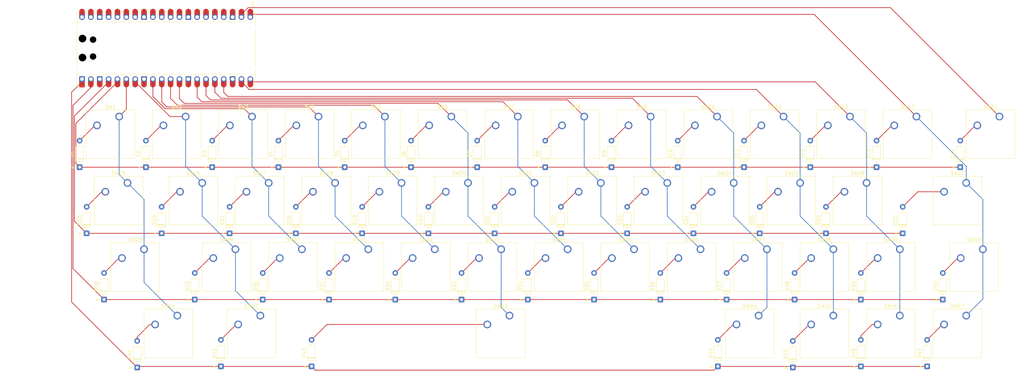
<source format=kicad_pcb>
(kicad_pcb (version 20241229) (generator "pcbnew") (generator_version "9.0")
  (layers (0 "F.Cu" signal) (2 "B.Cu" signal) (13 "F.Paste" user) (15 "B.Paste" user) (5 "F.SilkS" user "F.Silkscreen") (7 "B.SilkS" user "B.Silkscreen") (1 "F.Mask" user) (3 "B.Mask" user) (25 "Edge.Cuts" user))
  (net 0 "")
  (net 15 "Row1")
  (net 16 "Row2")
  (net 17 "Row3")
  (net 18 "Row4")
  (net 19 "Col1")
  (net 20 "Col2")
  (net 21 "Col3")
  (net 22 "Col4")
  (net 23 "Col5")
  (net 24 "Col6")
  (net 25 "Col7")
  (net 26 "Col8")
  (net 27 "Col9")
  (net 28 "Col10")
  (net 29 "Col11")
  (net 30 "Col12")
  (net 31 "Col13")
  (net 32 "Col14")
  (footprint "Diode_THT:D_DO-35_SOD27_P7.62mm_Horizontal" (layer "F.Cu") (at 266 119.81 90)
    (property "Reference" "D38" (at 3.81 -2.12 90) (layer "F.SilkS"))
    (property "Value" "1N4148" (hide yes))
    (fp_text user "K" (at 0 -1.8 90) (layer "F.SilkS"))
    (pad "1" thru_hole roundrect (at 0 0 90) (size 1.6 1.6) (drill 0.8) (layers "*.Cu" "*.Mask") (roundrect_rratio 0.15625) (net 17 "Row3"))
    (pad "2" thru_hole circle (at 7.62 0 90) (size 1.6 1.6) (drill 0.8) (layers "*.Cu" "*.Mask") (net 29 "Col11"))
  )
  (footprint "Diode_THT:D_DO-35_SOD27_P7.62mm_Horizontal" (layer "F.Cu") (at 194.5 81.81 90)
    (property "Reference" "D8" (at 3.81 -2.12 90) (layer "F.SilkS"))
    (property "Value" "1N4148" (hide yes))
    (fp_text user "K" (at 0 -1.8 90) (layer "F.SilkS"))
    (pad "1" thru_hole roundrect (at 0 0 90) (size 1.6 1.6) (drill 0.8) (layers "*.Cu" "*.Mask") (roundrect_rratio 0.15625) (net 15 "Row1"))
    (pad "2" thru_hole circle (at 7.62 0 90) (size 1.6 1.6) (drill 0.8) (layers "*.Cu" "*.Mask") (net 26 "Col8"))
  )
  (footprint "Button_Switch_Keyboard:SW_Cherry_MX_1.00u_PCB" (layer "F.Cu") (at 105.67 105.37)
    (property "Reference" "SW29" (at -2.54 -2.794 0) (layer "F.SilkS"))
    (property "Value" "z")
    (pad "" np_thru_hole circle (at -7.62 5.08) (size 1.7 1.7) (drill 1.7) (layers "*.Cu" "*.Mask"))
    (pad "" np_thru_hole circle (at -2.54 5.08) (size 4 4) (drill 4) (layers "*.Cu" "*.Mask"))
    (pad "" np_thru_hole circle (at 2.54 5.08) (size 1.7 1.7) (drill 1.7) (layers "*.Cu" "*.Mask"))
    (pad "1" thru_hole circle (at 0 0) (size 2.2 2.2) (drill 1.5) (layers "*.Cu" "*.Mask") (net 20 "Col2"))
    (pad "2" thru_hole circle (at -6.35 2.54) (size 2.2 2.2) (drill 1.5) (layers "*.Cu" "*.Mask") (net 20 "Col2"))
  )
  (footprint "Button_Switch_Keyboard:SW_Cherry_MX_1.00u_PCB" (layer "F.Cu") (at 210.445 86.32)
    (property "Reference" "SW22" (at -2.54 -2.794 0) (layer "F.SilkS"))
    (property "Value" "j")
    (pad "" np_thru_hole circle (at -7.62 5.08) (size 1.7 1.7) (drill 1.7) (layers "*.Cu" "*.Mask"))
    (pad "" np_thru_hole circle (at -2.54 5.08) (size 4 4) (drill 4) (layers "*.Cu" "*.Mask"))
    (pad "" np_thru_hole circle (at 2.54 5.08) (size 1.7 1.7) (drill 1.7) (layers "*.Cu" "*.Mask"))
    (pad "1" thru_hole circle (at 0 0) (size 2.2 2.2) (drill 1.5) (layers "*.Cu" "*.Mask") (net 26 "Col8"))
    (pad "2" thru_hole circle (at -6.35 2.54) (size 2.2 2.2) (drill 1.5) (layers "*.Cu" "*.Mask") (net 26 "Col8"))
  )
  (footprint "Diode_THT:D_DO-35_SOD27_P7.62mm_Horizontal" (layer "F.Cu") (at 123 100.81 90)
    (property "Reference" "D18" (at 3.732438 -1.944225 90) (layer "F.SilkS"))
    (property "Value" "1N4148" (hide yes))
    (fp_text user "K" (at 0 -1.8 90) (layer "F.SilkS"))
    (pad "1" thru_hole roundrect (at 0 0 90) (size 1.6 1.6) (drill 0.8) (layers "*.Cu" "*.Mask") (roundrect_rratio 0.15625) (net 16 "Row2"))
    (pad "2" thru_hole circle (at 7.62 0 90) (size 1.6 1.6) (drill 0.8) (layers "*.Cu" "*.Mask") (net 22 "Col4"))
  )
  (footprint "Button_Switch_Keyboard:SW_Cherry_MX_1.00u_PCB" (layer "F.Cu") (at 281.8825 67.27)
    (property "Reference" "SW12" (at -2.54 -2.794 0) (layer "F.SilkS"))
    (property "Value" "[")
    (pad "" np_thru_hole circle (at -7.62 5.08) (size 1.7 1.7) (drill 1.7) (layers "*.Cu" "*.Mask"))
    (pad "" np_thru_hole circle (at -2.54 5.08) (size 4 4) (drill 4) (layers "*.Cu" "*.Mask"))
    (pad "" np_thru_hole circle (at 2.54 5.08) (size 1.7 1.7) (drill 1.7) (layers "*.Cu" "*.Mask"))
    (pad "1" thru_hole circle (at 0 0) (size 2.2 2.2) (drill 1.5) (layers "*.Cu" "*.Mask") (net 30 "Col12"))
    (pad "2" thru_hole circle (at -6.35 2.54) (size 2.2 2.2) (drill 1.5) (layers "*.Cu" "*.Mask") (net 30 "Col12"))
  )
  (footprint "Diode_THT:D_DO-35_SOD27_P7.62mm_Horizontal" (layer "F.Cu") (at 285 139 90)
    (property "Reference" "D46" (at 3.81 -2.12 90) (layer "F.SilkS"))
    (property "Value" "1N4148" (hide yes))
    (fp_text user "K" (at 0 -1.8 90) (layer "F.SilkS"))
    (pad "1" thru_hole roundrect (at 0 0 90) (size 1.6 1.6) (drill 0.8) (layers "*.Cu" "*.Mask") (roundrect_rratio 0.15625) (net 18 "Row4"))
    (pad "2" thru_hole circle (at 7.62 0 90) (size 1.6 1.6) (drill 0.8) (layers "*.Cu" "*.Mask") (net 30 "Col12"))
  )
  (footprint "Diode_THT:D_DO-35_SOD27_P7.62mm_Horizontal" (layer "F.Cu") (at 99 81.81 90)
    (property "Reference" "D3" (at 3.81 -2.12 90) (layer "F.SilkS"))
    (property "Value" "1N4148" (hide yes))
    (fp_text user "K" (at 0 -1.8 90) (layer "F.SilkS"))
    (pad "1" thru_hole roundrect (at 0 0 90) (size 1.6 1.6) (drill 0.8) (layers "*.Cu" "*.Mask") (roundrect_rratio 0.15625) (net 15 "Row1"))
    (pad "2" thru_hole circle (at 7.62 0 90) (size 1.6 1.6) (drill 0.8) (layers "*.Cu" "*.Mask") (net 21 "Col3"))
  )
  (footprint "Button_Switch_Keyboard:SW_Cherry_MX_1.25u_PCB" (layer "F.Cu") (at 89.00125 124.42)
    (property "Reference" "SW41" (at -2.54 -2.794 0) (layer "F.SilkS"))
    (property "Value" "CTRL")
    (pad "" np_thru_hole circle (at -7.62 5.08) (size 1.7 1.7) (drill 1.7) (layers "*.Cu" "*.Mask"))
    (pad "" np_thru_hole circle (at -2.54 5.08) (size 4 4) (drill 4) (layers "*.Cu" "*.Mask"))
    (pad "" np_thru_hole circle (at 2.54 5.08) (size 1.7 1.7) (drill 1.7) (layers "*.Cu" "*.Mask"))
    (pad "1" thru_hole circle (at 0 0) (size 2.2 2.2) (drill 1.5) (layers "*.Cu" "*.Mask") (net 19 "Col1"))
    (pad "2" thru_hole circle (at -6.35 2.54) (size 2.2 2.2) (drill 1.5) (layers "*.Cu" "*.Mask") (net 19 "Col1"))
  )
  (footprint "Button_Switch_Keyboard:SW_Cherry_MX_1.00u_PCB" (layer "F.Cu") (at 110.4325 67.27)
    (property "Reference" "SW3" (at -2.54 -2.794 0) (layer "F.SilkS"))
    (property "Value" "w")
    (pad "" np_thru_hole circle (at -7.62 5.08) (size 1.7 1.7) (drill 1.7) (layers "*.Cu" "*.Mask"))
    (pad "" np_thru_hole circle (at -2.54 5.08) (size 4 4) (drill 4) (layers "*.Cu" "*.Mask"))
    (pad "" np_thru_hole circle (at 2.54 5.08) (size 1.7 1.7) (drill 1.7) (layers "*.Cu" "*.Mask"))
    (pad "1" thru_hole circle (at 0 0) (size 2.2 2.2) (drill 1.5) (layers "*.Cu" "*.Mask") (net 21 "Col3"))
    (pad "2" thru_hole circle (at -6.35 2.54) (size 2.2 2.2) (drill 1.5) (layers "*.Cu" "*.Mask") (net 21 "Col3"))
  )
  (footprint "Button_Switch_Keyboard:SW_Cherry_MX_1.00u_PCB" (layer "F.Cu") (at 324.745 67.27)
    (property "Reference" "SW14" (at -2.54 -2.794 0) (layer "F.SilkS"))
    (property "Value" "DEL")
    (pad "" np_thru_hole circle (at -7.62 5.08) (size 1.7 1.7) (drill 1.7) (layers "*.Cu" "*.Mask"))
    (pad "" np_thru_hole circle (at -2.54 5.08) (size 4 4) (drill 4) (layers "*.Cu" "*.Mask"))
    (pad "" np_thru_hole circle (at 2.54 5.08) (size 1.7 1.7) (drill 1.7) (layers "*.Cu" "*.Mask"))
    (pad "1" thru_hole circle (at 0 0) (size 2.2 2.2) (drill 1.5) (layers "*.Cu" "*.Mask") (net 32 "Col14"))
    (pad "2" thru_hole circle (at -6.35 2.54) (size 2.2 2.2) (drill 1.5) (layers "*.Cu" "*.Mask") (net 32 "Col14"))
  )
  (footprint "Diode_THT:D_DO-35_SOD27_P7.62mm_Horizontal" (layer "F.Cu") (at 297 100.81 90)
    (property "Reference" "D27" (at 3.81 -2.12 90) (layer "F.SilkS"))
    (property "Value" "1N4148" (hide yes))
    (fp_text user "K" (at 0 -1.8 90) (layer "F.SilkS"))
    (pad "1" thru_hole roundrect (at 0 0 90) (size 1.6 1.6) (drill 0.8) (layers "*.Cu" "*.Mask") (roundrect_rratio 0.15625) (net 16 "Row2"))
    (pad "2" thru_hole circle (at 7.62 0 90) (size 1.6 1.6) (drill 0.8) (layers "*.Cu" "*.Mask") (net 31 "Col13"))
  )
  (footprint "Diode_THT:D_DO-35_SOD27_P7.62mm_Horizontal" (layer "F.Cu") (at 175 81.81 90)
    (property "Reference" "D7" (at 3.81 -2.12 90) (layer "F.SilkS"))
    (property "Value" "1N4148" (hide yes))
    (fp_text user "K" (at 0 -1.8 90) (layer "F.SilkS"))
    (pad "1" thru_hole roundrect (at 0 0 90) (size 1.6 1.6) (drill 0.8) (layers "*.Cu" "*.Mask") (roundrect_rratio 0.15625) (net 15 "Row1"))
    (pad "2" thru_hole circle (at 7.62 0 90) (size 1.6 1.6) (drill 0.8) (layers "*.Cu" "*.Mask") (net 25 "Col7"))
  )
  (footprint "Button_Switch_Keyboard:SW_Cherry_MX_1.00u_PCB" (layer "F.Cu") (at 167.5825 67.27)
    (property "Reference" "SW6" (at -2.54 -2.794 0) (layer "F.SilkS"))
    (property "Value" "t")
    (pad "" np_thru_hole circle (at -7.62 5.08) (size 1.7 1.7) (drill 1.7) (layers "*.Cu" "*.Mask"))
    (pad "" np_thru_hole circle (at -2.54 5.08) (size 4 4) (drill 4) (layers "*.Cu" "*.Mask"))
    (pad "" np_thru_hole circle (at 2.54 5.08) (size 1.7 1.7) (drill 1.7) (layers "*.Cu" "*.Mask"))
    (pad "1" thru_hole circle (at 0 0) (size 2.2 2.2) (drill 1.5) (layers "*.Cu" "*.Mask") (net 24 "Col6"))
    (pad "2" thru_hole circle (at -6.35 2.54) (size 2.2 2.2) (drill 1.5) (layers "*.Cu" "*.Mask") (net 24 "Col6"))
  )
  (footprint "Diode_THT:D_DO-35_SOD27_P7.62mm_Horizontal" (layer "F.Cu") (at 142 100.81 90)
    (property "Reference" "D19" (at 3.81 -2.12 90) (layer "F.SilkS"))
    (property "Value" "1N4148" (hide yes))
    (fp_text user "K" (at 0 -1.8 90) (layer "F.SilkS"))
    (pad "1" thru_hole roundrect (at 0 0 90) (size 1.6 1.6) (drill 0.8) (layers "*.Cu" "*.Mask") (roundrect_rratio 0.15625) (net 16 "Row2"))
    (pad "2" thru_hole circle (at 7.62 0 90) (size 1.6 1.6) (drill 0.8) (layers "*.Cu" "*.Mask") (net 23 "Col5"))
  )
  (footprint "Diode_THT:D_DO-35_SOD27_P7.62mm_Horizontal" (layer "F.Cu") (at 77.5 139.31 90)
    (property "Reference" "D41" (at 3.81 -2.12 90) (layer "F.SilkS"))
    (property "Value" "1N4148" (hide yes))
    (fp_text user "K" (at 0 -1.8 90) (layer "F.SilkS"))
    (pad "1" thru_hole roundrect (at 0 0 90) (size 1.6 1.6) (drill 0.8) (layers "*.Cu" "*.Mask") (roundrect_rratio 0.15625) (net 18 "Row4"))
    (pad "2" thru_hole circle (at 7.62 0 90) (size 1.6 1.6) (drill 0.8) (layers "*.Cu" "*.Mask") (net 19 "Col1"))
  )
  (footprint "Diode_THT:D_DO-35_SOD27_P7.62mm_Horizontal" (layer "F.Cu") (at 68 119.81 90)
    (property "Reference" "D28" (at 3.81 -2.12 90) (layer "F.SilkS"))
    (property "Value" "1N4148" (hide yes))
    (fp_text user "K" (at 0 -1.8 90) (layer "F.SilkS"))
    (pad "1" thru_hole roundrect (at 0 0 90) (size 1.6 1.6) (drill 0.8) (layers "*.Cu" "*.Mask") (roundrect_rratio 0.15625) (net 17 "Row3"))
    (pad "2" thru_hole circle (at 7.62 0 90) (size 1.6 1.6) (drill 0.8) (layers "*.Cu" "*.Mask") (net 19 "Col1"))
  )
  (footprint "Button_Switch_Keyboard:SW_Cherry_MX_1.00u_PCB" (layer "F.Cu") (at 296.17 124.42)
    (property "Reference" "SW46" (at -2.54 -2.794 0) (layer "F.SilkS"))
    (property "Value" "DOWN")
    (pad "" np_thru_hole circle (at -7.62 5.08) (size 1.7 1.7) (drill 1.7) (layers "*.Cu" "*.Mask"))
    (pad "" np_thru_hole circle (at -2.54 5.08) (size 4 4) (drill 4) (layers "*.Cu" "*.Mask"))
    (pad "" np_thru_hole circle (at 2.54 5.08) (size 1.7 1.7) (drill 1.7) (layers "*.Cu" "*.Mask"))
    (pad "1" thru_hole circle (at 0 0) (size 2.2 2.2) (drill 1.5) (layers "*.Cu" "*.Mask") (net 30 "Col12"))
    (pad "2" thru_hole circle (at -6.35 2.54) (size 2.2 2.2) (drill 1.5) (layers "*.Cu" "*.Mask") (net 30 "Col12"))
  )
  (footprint "Diode_THT:D_DO-35_SOD27_P7.62mm_Horizontal" (layer "F.Cu") (at 275 100.81 90)
    (property "Reference" "D26" (at 3.81 -2.12 90) (layer "F.SilkS"))
    (property "Value" "1N4148" (hide yes))
    (fp_text user "K" (at 0 -1.8 90) (layer "F.SilkS"))
    (pad "1" thru_hole roundrect (at 0 0 90) (size 1.6 1.6) (drill 0.8) (layers "*.Cu" "*.Mask") (roundrect_rratio 0.15625) (net 16 "Row2"))
    (pad "2" thru_hole circle (at 7.62 0 90) (size 1.6 1.6) (drill 0.8) (layers "*.Cu" "*.Mask") (net 30 "Col12"))
  )
  (footprint "Button_Switch_Keyboard:SW_Cherry_MX_1.00u_PCB" (layer "F.Cu") (at 262.8325 67.27)
    (property "Reference" "SW11" (at -2.54 -2.794 0) (layer "F.SilkS"))
    (property "Value" "p")
    (pad "" np_thru_hole circle (at -7.62 5.08) (size 1.7 1.7) (drill 1.7) (layers "*.Cu" "*.Mask"))
    (pad "" np_thru_hole circle (at -2.54 5.08) (size 4 4) (drill 4) (layers "*.Cu" "*.Mask"))
    (pad "" np_thru_hole circle (at 2.54 5.08) (size 1.7 1.7) (drill 1.7) (layers "*.Cu" "*.Mask"))
    (pad "1" thru_hole circle (at 0 0) (size 2.2 2.2) (drill 1.5) (layers "*.Cu" "*.Mask") (net 29 "Col11"))
    (pad "2" thru_hole circle (at -6.35 2.54) (size 2.2 2.2) (drill 1.5) (layers "*.Cu" "*.Mask") (net 29 "Col11"))
  )
  (footprint "Diode_THT:D_DO-35_SOD27_P7.62mm_Horizontal" (layer "F.Cu") (at 285 119.81 90)
    (property "Reference" "D39" (at 3.81 -2.12 90) (layer "F.SilkS"))
    (property "Value" "1N4148" (hide yes))
    (fp_text user "K" (at 0 -1.8 90) (layer "F.SilkS"))
    (pad "1" thru_hole roundrect (at 0 0 90) (size 1.6 1.6) (drill 0.8) (layers "*.Cu" "*.Mask") (roundrect_rratio 0.15625) (net 17 "Row3"))
    (pad "2" thru_hole circle (at 7.62 0 90) (size 1.6 1.6) (drill 0.8) (layers "*.Cu" "*.Mask") (net 30 "Col12"))
  )
  (footprint "Button_Switch_Keyboard:SW_Cherry_MX_1.00u_PCB" (layer "F.Cu") (at 72.3325 67.27)
    (property "Reference" "SW1" (at -2.54 -2.794 0) (layer "F.SilkS"))
    (property "Value" "ESC")
    (pad "" np_thru_hole circle (at -7.62 5.08) (size 1.7 1.7) (drill 1.7) (layers "*.Cu" "*.Mask"))
    (pad "" np_thru_hole circle (at -2.54 5.08) (size 4 4) (drill 4) (layers "*.Cu" "*.Mask"))
    (pad "" np_thru_hole circle (at 2.54 5.08) (size 1.7 1.7) (drill 1.7) (layers "*.Cu" "*.Mask"))
    (pad "1" thru_hole circle (at 0 0) (size 2.2 2.2) (drill 1.5) (layers "*.Cu" "*.Mask") (net 19 "Col1"))
    (pad "2" thru_hole circle (at -6.35 2.54) (size 2.2 2.2) (drill 1.5) (layers "*.Cu" "*.Mask") (net 19 "Col1"))
  )
  (footprint "Diode_THT:D_DO-35_SOD27_P7.62mm_Horizontal" (layer "F.Cu") (at 101.5 139 90)
    (property "Reference" "D42" (at 3.732438 -1.944225 90) (layer "F.SilkS"))
    (property "Value" "1N4148" (hide yes))
    (fp_text user "K" (at 0 -1.8 90) (layer "F.SilkS"))
    (pad "1" thru_hole roundrect (at 0 0 90) (size 1.6 1.6) (drill 0.8) (layers "*.Cu" "*.Mask") (roundrect_rratio 0.15625) (net 18 "Row4"))
    (pad "2" thru_hole circle (at 7.62 0 90) (size 1.6 1.6) (drill 0.8) (layers "*.Cu" "*.Mask") (net 20 "Col2"))
  )
  (footprint "Button_Switch_Keyboard:SW_Cherry_MX_1.25u_PCB" (layer "F.Cu") (at 255.68875 124.42)
    (property "Reference" "SW44" (at -2.54 -2.794 0) (layer "F.SilkS"))
    (property "Value" "SUPER")
    (pad "" np_thru_hole circle (at -7.62 5.08) (size 1.7 1.7) (drill 1.7) (layers "*.Cu" "*.Mask"))
    (pad "" np_thru_hole circle (at -2.54 5.08) (size 4 4) (drill 4) (layers "*.Cu" "*.Mask"))
    (pad "" np_thru_hole circle (at 2.54 5.08) (size 1.7 1.7) (drill 1.7) (layers "*.Cu" "*.Mask"))
    (pad "1" thru_hole circle (at 0 0) (size 2.2 2.2) (drill 1.5) (layers "*.Cu" "*.Mask") (net 28 "Col10"))
    (pad "2" thru_hole circle (at -6.35 2.54) (size 2.2 2.2) (drill 1.5) (layers "*.Cu" "*.Mask") (net 28 "Col10"))
  )
  (footprint "Module:RaspberryPi_Pico_Common_Unspecified" (layer "F.Cu") (at 85.81 47.61 90)
    (property "Reference" "A1" (at 11.7475 24.765 90) (layer "F.SilkS") (effects (justify left)))
    (property "Value" "RaspberryPi_Pico")
    (pad "" np_thru_hole circle (at -2.725 -24 90) (size 2.2 2.2) (drill 2.2) (layers "*.Mask"))
    (pad "" np_thru_hole circle (at -2.425 -20.97 90) (size 1.85 1.85) (drill 1.85) (layers "*.Mask"))
    (pad "" np_thru_hole circle (at 2.425 -20.97 90) (size 1.85 1.85) (drill 1.85) (layers "*.Mask"))
    (pad "" np_thru_hole circle (at 2.725 -24 90) (size 2.2 2.2) (drill 2.2) (layers "*.Mask"))
    (pad "1" smd custom (at -9.69 -24.13 90) (size 1.6 0.8) (layers "F.Cu" "F.Mask") (net 18 "Row4") (options (clearance outline) (anchor rect)) (primitives (gr_circle (center 0.8 0) (end 1.6 0) (width 0) (fill yes)) (gr_poly (pts (xy -1.6 -0.6) (xy -1.6 0.6) (xy -1.4 0.8) (xy 0.8 0.8) (xy 0.8 -0.8) (xy -1.4 -0.8)) (width 0) (fill yes)) (gr_circle (center -1.4 -0.6) (end -1.2 -0.6) (width 0) (fill yes)) (gr_circle (center -1.4 0.6) (end -1.2 0.6) (width 0) (fill yes))))
    (pad "1" thru_hole roundrect (at -8.89 -24.13 90) (size 1.6 1.6) (drill 1) (layers "*.Cu" "*.Mask") (roundrect_rratio 0.125) (net 18 "Row4"))
    (pad "2" smd roundrect (at -9.69 -21.59 90) (size 3.2 1.6) (layers "F.Cu" "F.Mask") (roundrect_rratio 0.5) (net 17 "Row3"))
    (pad "2" thru_hole circle (at -8.89 -21.59 90) (size 1.6 1.6) (drill 1) (layers "*.Cu" "*.Mask") (net 17 "Row3"))
    (pad "3" smd custom (at -9.69 -19.05 90) (size 1.6 0.8) (layers "F.Cu" "F.Mask") (options (clearance outline) (anchor rect)) (primitives (gr_circle (center -0.8 0) (end 0 0) (width 0) (fill yes)) (gr_poly (pts (xy 1.6 -0.6) (xy 1.6 0.6) (xy 1.4 0.8) (xy -0.8 0.8) (xy -0.8 -0.8) (xy 1.4 -0.8)) (width 0) (fill yes)) (gr_circle (center 1.4 -0.6) (end 1.6 -0.6) (width 0) (fill yes)) (gr_circle (center 1.4 0.6) (end 1.6 0.6) (width 0) (fill yes))))
    (pad "3" thru_hole custom (at -8.89 -19.05 90) (size 1.6 1.6) (drill 1) (layers "*.Cu" "*.Mask") (options (clearance outline) (anchor circle)) (primitives (gr_poly (pts (xy 0.8 0.6) (xy 0.8 -0.6) (xy 0.6 -0.8) (xy 0 -0.8) (xy 0 0.8) (xy 0.6 0.8)) (width 0) (fill yes)) (gr_circle (center 0.6 0.6) (end 0.8 0.6) (width 0) (fill yes)) (gr_circle (center 0.6 -0.6) (end 0.8 -0.6) (width 0) (fill yes))))
    (pad "4" smd roundrect (at -9.69 -16.51 90) (size 3.2 1.6) (layers "F.Cu" "F.Mask") (roundrect_rratio 0.5) (net 16 "Row2"))
    (pad "4" thru_hole circle (at -8.89 -16.51 90) (size 1.6 1.6) (drill 1) (layers "*.Cu" "*.Mask") (net 16 "Row2"))
    (pad "5" smd roundrect (at -9.69 -13.97 90) (size 3.2 1.6) (layers "F.Cu" "F.Mask") (roundrect_rratio 0.5) (net 15 "Row1"))
    (pad "5" thru_hole circle (at -8.89 -13.97 90) (size 1.6 1.6) (drill 1) (layers "*.Cu" "*.Mask") (net 15 "Row1"))
    (pad "6" smd roundrect (at -9.69 -11.43 90) (size 3.2 1.6) (layers "F.Cu" "F.Mask") (roundrect_rratio 0.5) (net 19 "Col1"))
    (pad "6" thru_hole circle (at -8.89 -11.43 90) (size 1.6 1.6) (drill 1) (layers "*.Cu" "*.Mask") (net 19 "Col1"))
    (pad "7" smd roundrect (at -9.69 -8.89 90) (size 3.2 1.6) (layers "F.Cu" "F.Mask") (roundrect_rratio 0.5) (net 20 "Col2"))
    (pad "7" thru_hole circle (at -8.89 -8.89 90) (size 1.6 1.6) (drill 1) (layers "*.Cu" "*.Mask") (net 20 "Col2"))
    (pad "8" smd custom (at -9.69 -6.35 90) (size 1.6 0.8) (layers "F.Cu" "F.Mask") (options (clearance outline) (anchor rect)) (primitives (gr_circle (center -0.8 0) (end 0 0) (width 0) (fill yes)) (gr_poly (pts (xy 1.6 -0.6) (xy 1.6 0.6) (xy 1.4 0.8) (xy -0.8 0.8) (xy -0.8 -0.8) (xy 1.4 -0.8)) (width 0) (fill yes)) (gr_circle (center 1.4 -0.6) (end 1.6 -0.6) (width 0) (fill yes)) (gr_circle (center 1.4 0.6) (end 1.6 0.6) (width 0) (fill yes))))
    (pad "8" thru_hole custom (at -8.89 -6.35 90) (size 1.6 1.6) (drill 1) (layers "*.Cu" "*.Mask") (options (clearance outline) (anchor circle)) (primitives (gr_poly (pts (xy 0.8 0.6) (xy 0.8 -0.6) (xy 0.6 -0.8) (xy 0 -0.8) (xy 0 0.8) (xy 0.6 0.8)) (width 0) (fill yes)) (gr_circle (center 0.6 0.6) (end 0.8 0.6) (width 0) (fill yes)) (gr_circle (center 0.6 -0.6) (end 0.8 -0.6) (width 0) (fill yes))))
    (pad "9" smd roundrect (at -9.69 -3.81 90) (size 3.2 1.6) (layers "F.Cu" "F.Mask") (roundrect_rratio 0.5) (net 21 "Col3"))
    (pad "9" thru_hole circle (at -8.89 -3.81 90) (size 1.6 1.6) (drill 1) (layers "*.Cu" "*.Mask") (net 21 "Col3"))
    (pad "10" smd roundrect (at -9.69 -1.27 90) (size 3.2 1.6) (layers "F.Cu" "F.Mask") (roundrect_rratio 0.5) (net 22 "Col4"))
    (pad "10" thru_hole circle (at -8.89 -1.27 90) (size 1.6 1.6) (drill 1) (layers "*.Cu" "*.Mask") (net 22 "Col4"))
    (pad "11" smd roundrect (at -9.69 1.27 90) (size 3.2 1.6) (layers "F.Cu" "F.Mask") (roundrect_rratio 0.5) (net 23 "Col5"))
    (pad "11" thru_hole circle (at -8.89 1.27 90) (size 1.6 1.6) (drill 1) (layers "*.Cu" "*.Mask") (net 23 "Col5"))
    (pad "12" smd roundrect (at -9.69 3.81 90) (size 3.2 1.6) (layers "F.Cu" "F.Mask") (roundrect_rratio 0.5) (net 24 "Col6"))
    (pad "12" thru_hole circle (at -8.89 3.81 90) (size 1.6 1.6) (drill 1) (layers "*.Cu" "*.Mask") (net 24 "Col6"))
    (pad "13" smd custom (at -9.69 6.35 90) (size 1.6 0.8) (layers "F.Cu" "F.Mask") (options (clearance outline) (anchor rect)) (primitives (gr_circle (center -0.8 0) (end 0 0) (width 0) (fill yes)) (gr_poly (pts (xy 1.6 -0.6) (xy 1.6 0.6) (xy 1.4 0.8) (xy -0.8 0.8) (xy -0.8 -0.8) (xy 1.4 -0.8)) (width 0) (fill yes)) (gr_circle (center 1.4 -0.6) (end 1.6 -0.6) (width 0) (fill yes)) (gr_circle (center 1.4 0.6) (end 1.6 0.6) (width 0) (fill yes))))
    (pad "13" thru_hole custom (at -8.89 6.35 90) (size 1.6 1.6) (drill 1) (layers "*.Cu" "*.Mask") (options (clearance outline) (anchor circle)) (primitives (gr_poly (pts (xy 0.8 0.6) (xy 0.8 -0.6) (xy 0.6 -0.8) (xy 0 -0.8) (xy 0 0.8) (xy 0.6 0.8)) (width 0) (fill yes)) (gr_circle (center 0.6 0.6) (end 0.8 0.6) (width 0) (fill yes)) (gr_circle (center 0.6 -0.6) (end 0.8 -0.6) (width 0) (fill yes))))
    (pad "14" smd roundrect (at -9.69 8.89 90) (size 3.2 1.6) (layers "F.Cu" "F.Mask") (roundrect_rratio 0.5) (net 25 "Col7"))
    (pad "14" thru_hole circle (at -8.89 8.89 90) (size 1.6 1.6) (drill 1) (layers "*.Cu" "*.Mask") (net 25 "Col7"))
    (pad "15" smd roundrect (at -9.69 11.43 90) (size 3.2 1.6) (layers "F.Cu" "F.Mask") (roundrect_rratio 0.5) (net 26 "Col8"))
    (pad "15" thru_hole circle (at -8.89 11.43 90) (size 1.6 1.6) (drill 1) (layers "*.Cu" "*.Mask") (net 26 "Col8"))
    (pad "16" smd roundrect (at -9.69 13.97 90) (size 3.2 1.6) (layers "F.Cu" "F.Mask") (roundrect_rratio 0.5) (net 27 "Col9"))
    (pad "16" thru_hole circle (at -8.89 13.97 90) (size 1.6 1.6) (drill 1) (layers "*.Cu" "*.Mask") (net 27 "Col9"))
    (pad "17" smd roundrect (at -9.69 16.51 90) (size 3.2 1.6) (layers "F.Cu" "F.Mask") (roundrect_rratio 0.5) (net 28 "Col10"))
    (pad "17" thru_hole circle (at -8.89 16.51 90) (size 1.6 1.6) (drill 1) (layers "*.Cu" "*.Mask") (net 28 "Col10"))
    (pad "18" smd custom (at -9.69 19.05 90) (size 1.6 0.8) (layers "F.Cu" "F.Mask") (options (clearance outline) (anchor rect)) (primitives (gr_circle (center -0.8 0) (end 0 0) (width 0) (fill yes)) (gr_poly (pts (xy 1.6 -0.6) (xy 1.6 0.6) (xy 1.4 0.8) (xy -0.8 0.8) (xy -0.8 -0.8) (xy 1.4 -0.8)) (width 0) (fill yes)) (gr_circle (center 1.4 -0.6) (end 1.6 -0.6) (width 0) (fill yes)) (gr_circle (center 1.4 0.6) (end 1.6 0.6) (width 0) (fill yes))))
    (pad "18" thru_hole custom (at -8.89 19.05 90) (size 1.6 1.6) (drill 1) (layers "*.Cu" "*.Mask") (options (clearance outline) (anchor circle)) (primitives (gr_poly (pts (xy 0.8 0.6) (xy 0.8 -0.6) (xy 0.6 -0.8) (xy 0 -0.8) (xy 0 0.8) (xy 0.6 0.8)) (width 0) (fill yes)) (gr_circle (center 0.6 0.6) (end 0.8 0.6) (width 0) (fill yes)) (gr_circle (center 0.6 -0.6) (end 0.8 -0.6) (width 0) (fill yes))))
    (pad "19" smd roundrect (at -9.69 21.59 90) (size 3.2 1.6) (layers "F.Cu" "F.Mask") (roundrect_rratio 0.5) (net 29 "Col11"))
    (pad "19" thru_hole circle (at -8.89 21.59 90) (size 1.6 1.6) (drill 1) (layers "*.Cu" "*.Mask") (net 29 "Col11"))
    (pad "20" smd roundrect (at -9.69 24.13 90) (size 3.2 1.6) (layers "F.Cu" "F.Mask") (roundrect_rratio 0.5) (net 30 "Col12"))
    (pad "20" thru_hole circle (at -8.89 24.13 90) (size 1.6 1.6) (drill 1) (layers "*.Cu" "*.Mask") (net 30 "Col12"))
    (pad "21" thru_hole circle (at 8.89 24.13 90) (size 1.6 1.6) (drill 1) (layers "*.Cu" "*.Mask") (net 31 "Col13"))
    (pad "21" smd roundrect (at 9.69 24.13 90) (size 3.2 1.6) (layers "F.Cu" "F.Mask") (roundrect_rratio 0.5) (net 31 "Col13"))
    (pad "22" thru_hole circle (at 8.89 21.59 90) (size 1.6 1.6) (drill 1) (layers "*.Cu" "*.Mask") (net 32 "Col14"))
    (pad "22" smd roundrect (at 9.69 21.59 90) (size 3.2 1.6) (layers "F.Cu" "F.Mask") (roundrect_rratio 0.5) (net 32 "Col14"))
    (pad "23" thru_hole custom (at 8.89 19.05 90) (size 1.6 1.6) (drill 1) (layers "*.Cu" "*.Mask") (options (clearance outline) (anchor circle)) (primitives (gr_poly (pts (xy -0.8 0.6) (xy -0.8 -0.6) (xy -0.6 -0.8) (xy 0 -0.8) (xy 0 0.8) (xy -0.6 0.8)) (width 0) (fill yes)) (gr_circle (center -0.6 0.6) (end -0.4 0.6) (width 0) (fill yes)) (gr_circle (center -0.6 -0.6) (end -0.4 -0.6) (width 0) (fill yes))))
    (pad "23" smd custom (at 9.69 19.05 90) (size 1.6 0.8) (layers "F.Cu" "F.Mask") (options (clearance outline) (anchor rect)) (primitives (gr_circle (center 0.8 0) (end 1.6 0) (width 0) (fill yes)) (gr_poly (pts (xy -1.6 -0.6) (xy -1.6 0.6) (xy -1.4 0.8) (xy 0.8 0.8) (xy 0.8 -0.8) (xy -1.4 -0.8)) (width 0) (fill yes)) (gr_circle (center -1.4 -0.6) (end -1.2 -0.6) (width 0) (fill yes)) (gr_circle (center -1.4 0.6) (end -1.2 0.6) (width 0) (fill yes))))
    (pad "24" thru_hole circle (at 8.89 16.51 90) (size 1.6 1.6) (drill 1) (layers "*.Cu" "*.Mask"))
    (pad "24" smd roundrect (at 9.69 16.51 90) (size 3.2 1.6) (layers "F.Cu" "F.Mask") (roundrect_rratio 0.5))
    (pad "25" thru_hole circle (at 8.89 13.97 90) (size 1.6 1.6) (drill 1) (layers "*.Cu" "*.Mask"))
    (pad "25" smd roundrect (at 9.69 13.97 90) (size 3.2 1.6) (layers "F.Cu" "F.Mask") (roundrect_rratio 0.5))
    (pad "26" thru_hole circle (at 8.89 11.43 90) (size 1.6 1.6) (drill 1) (layers "*.Cu" "*.Mask"))
    (pad "26" smd roundrect (at 9.69 11.43 90) (size 3.2 1.6) (layers "F.Cu" "F.Mask") (roundrect_rratio 0.5))
    (pad "27" thru_hole circle (at 8.89 8.89 90) (size 1.6 1.6) (drill 1) (layers "*.Cu" "*.Mask"))
    (pad "27" smd roundrect (at 9.69 8.89 90) (size 3.2 1.6) (layers "F.Cu" "F.Mask") (roundrect_rratio 0.5))
    (pad "28" thru_hole custom (at 8.89 6.35 90) (size 1.6 1.6) (drill 1) (layers "*.Cu" "*.Mask") (options (clearance outline) (anchor circle)) (primitives (gr_poly (pts (xy -0.8 0.6) (xy -0.8 -0.6) (xy -0.6 -0.8) (xy 0 -0.8) (xy 0 0.8) (xy -0.6 0.8)) (width 0) (fill yes)) (gr_circle (center -0.6 0.6) (end -0.4 0.6) (width 0) (fill yes)) (gr_circle (center -0.6 -0.6) (end -0.4 -0.6) (width 0) (fill yes))))
    (pad "28" smd custom (at 9.69 6.35 90) (size 1.6 0.8) (layers "F.Cu" "F.Mask") (options (clearance outline) (anchor rect)) (primitives (gr_circle (center 0.8 0) (end 1.6 0) (width 0) (fill yes)) (gr_poly (pts (xy -1.6 -0.6) (xy -1.6 0.6) (xy -1.4 0.8) (xy 0.8 0.8) (xy 0.8 -0.8) (xy -1.4 -0.8)) (width 0) (fill yes)) (gr_circle (center -1.4 -0.6) (end -1.2 -0.6) (width 0) (fill yes)) (gr_circle (center -1.4 0.6) (end -1.2 0.6) (width 0) (fill yes))))
    (pad "29" thru_hole circle (at 8.89 3.81 90) (size 1.6 1.6) (drill 1) (layers "*.Cu" "*.Mask"))
    (pad "29" smd roundrect (at 9.69 3.81 90) (size 3.2 1.6) (layers "F.Cu" "F.Mask") (roundrect_rratio 0.5))
    (pad "30" thru_hole circle (at 8.89 1.27 90) (size 1.6 1.6) (drill 1) (layers "*.Cu" "*.Mask"))
    (pad "30" smd roundrect (at 9.69 1.27 90) (size 3.2 1.6) (layers "F.Cu" "F.Mask") (roundrect_rratio 0.5))
    (pad "31" thru_hole circle (at 8.89 -1.27 90) (size 1.6 1.6) (drill 1) (layers "*.Cu" "*.Mask"))
    (pad "31" smd roundrect (at 9.69 -1.27 90) (size 3.2 1.6) (layers "F.Cu" "F.Mask") (roundrect_rratio 0.5))
    (pad "32" thru_hole circle (at 8.89 -3.81 90) (size 1.6 1.6) (drill 1) (layers "*.Cu" "*.Mask"))
    (pad "32" smd roundrect (at 9.69 -3.81 90) (size 3.2 1.6) (layers "F.Cu" "F.Mask") (roundrect_rratio 0.5))
    (pad "33" thru_hole custom (at 8.89 -6.35 90) (size 1.6 1.6) (drill 1) (layers "*.Cu" "*.Mask") (options (clearance outline) (anchor circle)) (primitives (gr_poly (pts (xy -0.8 0.6) (xy -0.8 -0.6) (xy -0.6 -0.8) (xy 0 -0.8) (xy 0 0.8) (xy -0.6 0.8)) (width 0) (fill yes)) (gr_circle (center -0.6 0.6) (end -0.4 0.6) (width 0) (fill yes)) (gr_circle (center -0.6 -0.6) (end -0.4 -0.6) (width 0) (fill yes))))
    (pad "33" smd custom (at 9.69 -6.35 90) (size 1.6 0.8) (layers "F.Cu" "F.Mask") (options (clearance outline) (anchor rect)) (primitives (gr_circle (center 0.8 0) (end 1.6 0) (width 0) (fill yes)) (gr_poly (pts (xy -1.6 -0.6) (xy -1.6 0.6) (xy -1.4 0.8) (xy 0.8 0.8) (xy 0.8 -0.8) (xy -1.4 -0.8)) (width 0) (fill yes)) (gr_circle (center -1.4 -0.6) (end -1.2 -0.6) (width 0) (fill yes)) (gr_circle (center -1.4 0.6) (end -1.2 0.6) (width 0) (fill yes))))
    (pad "34" thru_hole circle (at 8.89 -8.89 90) (size 1.6 1.6) (drill 1) (layers "*.Cu" "*.Mask"))
    (pad "34" smd roundrect (at 9.69 -8.89 90) (size 3.2 1.6) (layers "F.Cu" "F.Mask") (roundrect_rratio 0.5))
    (pad "35" thru_hole circle (at 8.89 -11.43 90) (size 1.6 1.6) (drill 1) (layers "*.Cu" "*.Mask"))
    (pad "35" smd roundrect (at 9.69 -11.43 90) (size 3.2 1.6) (layers "F.Cu" "F.Mask") (roundrect_rratio 0.5))
    (pad "36" thru_hole circle (at 8.89 -13.97 90) (size 1.6 1.6) (drill 1) (layers "*.Cu" "*.Mask"))
    (pad "36" smd roundrect (at 9.69 -13.97 90) (size 3.2 1.6) (layers "F.Cu" "F.Mask") (roundrect_rratio 0.5))
    (pad "37" thru_hole circle (at 8.89 -16.51 90) (size 1.6 1.6) (drill 1) (layers "*.Cu" "*.Mask"))
    (pad "37" smd roundrect (at 9.69 -16.51 90) (size 3.2 1.6) (layers "F.Cu" "F.Mask") (roundrect_rratio 0.5))
    (pad "38" thru_hole custom (at 8.89 -19.05 90) (size 1.6 1.6) (drill 1) (layers "*.Cu" "*.Mask") (options (clearance outline) (anchor circle)) (primitives (gr_poly (pts (xy -0.8 0.6) (xy -0.8 -0.6) (xy -0.6 -0.8) (xy 0 -0.8) (xy 0 0.8) (xy -0.6 0.8)) (width 0) (fill yes)) (gr_circle (center -0.6 0.6) (end -0.4 0.6) (width 0) (fill yes)) (gr_circle (center -0.6 -0.6) (end -0.4 -0.6) (width 0) (fill yes))))
    (pad "38" smd custom (at 9.69 -19.05 90) (size 1.6 0.8) (layers "F.Cu" "F.Mask") (options (clearance outline) (anchor rect)) (primitives (gr_circle (center 0.8 0) (end 1.6 0) (width 0) (fill yes)) (gr_poly (pts (xy -1.6 -0.6) (xy -1.6 0.6) (xy -1.4 0.8) (xy 0.8 0.8) (xy 0.8 -0.8) (xy -1.4 -0.8)) (width 0) (fill yes)) (gr_circle (center -1.4 -0.6) (end -1.2 -0.6) (width 0) (fill yes)) (gr_circle (center -1.4 0.6) (end -1.2 0.6) (width 0) (fill yes))))
    (pad "39" thru_hole circle (at 8.89 -21.59 90) (size 1.6 1.6) (drill 1) (layers "*.Cu" "*.Mask"))
    (pad "39" smd roundrect (at 9.69 -21.59 90) (size 3.2 1.6) (layers "F.Cu" "F.Mask") (roundrect_rratio 0.5))
    (pad "40" thru_hole circle (at 8.89 -24.13 90) (size 1.6 1.6) (drill 1) (layers "*.Cu" "*.Mask"))
    (pad "40" smd roundrect (at 9.69 -24.13 90) (size 3.2 1.6) (layers "F.Cu" "F.Mask") (roundrect_rratio 0.5))
  )
  (footprint "Button_Switch_Keyboard:SW_Cherry_MX_1.00u_PCB" (layer "F.Cu") (at 300.9325 67.27)
    (property "Reference" "SW13" (at -2.54 -2.794 0) (layer "F.SilkS"))
    (property "Value" "]")
    (pad "" np_thru_hole circle (at -7.62 5.08) (size 1.7 1.7) (drill 1.7) (layers "*.Cu" "*.Mask"))
    (pad "" np_thru_hole circle (at -2.54 5.08) (size 4 4) (drill 4) (layers "*.Cu" "*.Mask"))
    (pad "" np_thru_hole circle (at 2.54 5.08) (size 1.7 1.7) (drill 1.7) (layers "*.Cu" "*.Mask"))
    (pad "1" thru_hole circle (at 0 0) (size 2.2 2.2) (drill 1.5) (layers "*.Cu" "*.Mask") (net 31 "Col13"))
    (pad "2" thru_hole circle (at -6.35 2.54) (size 2.2 2.2) (drill 1.5) (layers "*.Cu" "*.Mask") (net 31 "Col13"))
  )
  (footprint "Button_Switch_Keyboard:SW_Cherry_MX_1.25u_PCB" (layer "F.Cu") (at 112.81375 124.42)
    (property "Reference" "SW42" (at -2.54 -2.794 0) (layer "F.SilkS"))
    (property "Value" "ALT")
    (pad "" np_thru_hole circle (at -7.62 5.08) (size 1.7 1.7) (drill 1.7) (layers "*.Cu" "*.Mask"))
    (pad "" np_thru_hole circle (at -2.54 5.08) (size 4 4) (drill 4) (layers "*.Cu" "*.Mask"))
    (pad "" np_thru_hole circle (at 2.54 5.08) (size 1.7 1.7) (drill 1.7) (layers "*.Cu" "*.Mask"))
    (pad "1" thru_hole circle (at 0 0) (size 2.2 2.2) (drill 1.5) (layers "*.Cu" "*.Mask") (net 20 "Col2"))
    (pad "2" thru_hole circle (at -6.35 2.54) (size 2.2 2.2) (drill 1.5) (layers "*.Cu" "*.Mask") (net 20 "Col2"))
  )
  (footprint "Button_Switch_Keyboard:SW_Cherry_MX_1.00u_PCB" (layer "F.Cu") (at 115.195 86.32)
    (property "Reference" "SW17" (at -2.54 -2.794 0) (layer "F.SilkS"))
    (property "Value" "s")
    (pad "" np_thru_hole circle (at -7.62 5.08) (size 1.7 1.7) (drill 1.7) (layers "*.Cu" "*.Mask"))
    (pad "" np_thru_hole circle (at -2.54 5.08) (size 4 4) (drill 4) (layers "*.Cu" "*.Mask"))
    (pad "" np_thru_hole circle (at 2.54 5.08) (size 1.7 1.7) (drill 1.7) (layers "*.Cu" "*.Mask"))
    (pad "1" thru_hole circle (at 0 0) (size 2.2 2.2) (drill 1.5) (layers "*.Cu" "*.Mask") (net 21 "Col3"))
    (pad "2" thru_hole circle (at -6.35 2.54) (size 2.2 2.2) (drill 1.5) (layers "*.Cu" "*.Mask") (net 21 "Col3"))
  )
  (footprint "Diode_THT:D_DO-35_SOD27_P7.62mm_Horizontal" (layer "F.Cu") (at 289.5 81.81 90)
    (property "Reference" "D13" (at 3.81 -2.12 90) (layer "F.SilkS"))
    (property "Value" "1N4148" (hide yes))
    (fp_text user "K" (at 0 -1.8 90) (layer "F.SilkS"))
    (pad "1" thru_hole roundrect (at 0 0 90) (size 1.6 1.6) (drill 0.8) (layers "*.Cu" "*.Mask") (roundrect_rratio 0.15625) (net 15 "Row1"))
    (pad "2" thru_hole circle (at 7.62 0 90) (size 1.6 1.6) (drill 0.8) (layers "*.Cu" "*.Mask") (net 31 "Col13"))
  )
  (footprint "Button_Switch_Keyboard:SW_Cherry_MX_1.00u_PCB" (layer "F.Cu") (at 205.6825 67.27)
    (property "Reference" "SW8" (at -2.54 -2.794 0) (layer "F.SilkS"))
    (property "Value" "u")
    (pad "" np_thru_hole circle (at -7.62 5.08) (size 1.7 1.7) (drill 1.7) (layers "*.Cu" "*.Mask"))
    (pad "" np_thru_hole circle (at -2.54 5.08) (size 4 4) (drill 4) (layers "*.Cu" "*.Mask"))
    (pad "" np_thru_hole circle (at 2.54 5.08) (size 1.7 1.7) (drill 1.7) (layers "*.Cu" "*.Mask"))
    (pad "1" thru_hole circle (at 0 0) (size 2.2 2.2) (drill 1.5) (layers "*.Cu" "*.Mask") (net 26 "Col8"))
    (pad "2" thru_hole circle (at -6.35 2.54) (size 2.2 2.2) (drill 1.5) (layers "*.Cu" "*.Mask") (net 26 "Col8"))
  )
  (footprint "Button_Switch_Keyboard:SW_Cherry_MX_1.00u_PCB" (layer "F.Cu") (at 143.77 105.37)
    (property "Reference" "SW31" (at -2.54 -2.794 0) (layer "F.SilkS"))
    (property "Value" "c")
    (pad "" np_thru_hole circle (at -7.62 5.08) (size 1.7 1.7) (drill 1.7) (layers "*.Cu" "*.Mask"))
    (pad "" np_thru_hole circle (at -2.54 5.08) (size 4 4) (drill 4) (layers "*.Cu" "*.Mask"))
    (pad "" np_thru_hole circle (at 2.54 5.08) (size 1.7 1.7) (drill 1.7) (layers "*.Cu" "*.Mask"))
    (pad "1" thru_hole circle (at 0 0) (size 2.2 2.2) (drill 1.5) (layers "*.Cu" "*.Mask") (net 22 "Col4"))
    (pad "2" thru_hole circle (at -6.35 2.54) (size 2.2 2.2) (drill 1.5) (layers "*.Cu" "*.Mask") (net 22 "Col4"))
  )
  (footprint "Button_Switch_Keyboard:SW_Cherry_MX_1.00u_PCB" (layer "F.Cu") (at 277.12 124.42)
    (property "Reference" "SW45" (at -2.54 -2.794 0) (layer "F.SilkS"))
    (property "Value" "LEFT")
    (pad "" np_thru_hole circle (at -7.62 5.08) (size 1.7 1.7) (drill 1.7) (layers "*.Cu" "*.Mask"))
    (pad "" np_thru_hole circle (at -2.54 5.08) (size 4 4) (drill 4) (layers "*.Cu" "*.Mask"))
    (pad "" np_thru_hole circle (at 2.54 5.08) (size 1.7 1.7) (drill 1.7) (layers "*.Cu" "*.Mask"))
    (pad "1" thru_hole circle (at 0 0) (size 2.2 2.2) (drill 1.5) (layers "*.Cu" "*.Mask") (net 29 "Col11"))
    (pad "2" thru_hole circle (at -6.35 2.54) (size 2.2 2.2) (drill 1.5) (layers "*.Cu" "*.Mask") (net 29 "Col11"))
  )
  (footprint "Diode_THT:D_DO-35_SOD27_P7.62mm_Horizontal" (layer "F.Cu") (at 94 119.81 90)
    (property "Reference" "D29" (at 3.81 -2.12 90) (layer "F.SilkS"))
    (property "Value" "1N4148" (hide yes))
    (fp_text user "K" (at 0 -1.8 90) (layer "F.SilkS"))
    (pad "1" thru_hole roundrect (at 0 0 90) (size 1.6 1.6) (drill 0.8) (layers "*.Cu" "*.Mask") (roundrect_rratio 0.15625) (net 17 "Row3"))
    (pad "2" thru_hole circle (at 7.62 0 90) (size 1.6 1.6) (drill 0.8) (layers "*.Cu" "*.Mask") (net 20 "Col2"))
  )
  (footprint "Button_Switch_Keyboard:SW_Cherry_MX_1.00u_PCB" (layer "F.Cu") (at 172.345 86.32)
    (property "Reference" "SW20" (at -2.54 -2.794 0) (layer "F.SilkS"))
    (property "Value" "g")
    (pad "" np_thru_hole circle (at -7.62 5.08) (size 1.7 1.7) (drill 1.7) (layers "*.Cu" "*.Mask"))
    (pad "" np_thru_hole circle (at -2.54 5.08) (size 4 4) (drill 4) (layers "*.Cu" "*.Mask"))
    (pad "" np_thru_hole circle (at 2.54 5.08) (size 1.7 1.7) (drill 1.7) (layers "*.Cu" "*.Mask"))
    (pad "1" thru_hole circle (at 0 0) (size 2.2 2.2) (drill 1.5) (layers "*.Cu" "*.Mask") (net 24 "Col6"))
    (pad "2" thru_hole circle (at -6.35 2.54) (size 2.2 2.2) (drill 1.5) (layers "*.Cu" "*.Mask") (net 24 "Col6"))
  )
  (footprint "Button_Switch_Keyboard:SW_Cherry_MX_1.00u_PCB" (layer "F.Cu") (at 153.295 86.32)
    (property "Reference" "SW19" (at -2.54 -2.794 0) (layer "F.SilkS"))
    (property "Value" "f")
    (pad "" np_thru_hole circle (at -7.62 5.08) (size 1.7 1.7) (drill 1.7) (layers "*.Cu" "*.Mask"))
    (pad "" np_thru_hole circle (at -2.54 5.08) (size 4 4) (drill 4) (layers "*.Cu" "*.Mask"))
    (pad "" np_thru_hole circle (at 2.54 5.08) (size 1.7 1.7) (drill 1.7) (layers "*.Cu" "*.Mask"))
    (pad "1" thru_hole circle (at 0 0) (size 2.2 2.2) (drill 1.5) (layers "*.Cu" "*.Mask") (net 23 "Col5"))
    (pad "2" thru_hole circle (at -6.35 2.54) (size 2.2 2.2) (drill 1.5) (layers "*.Cu" "*.Mask") (net 23 "Col5"))
  )
  (footprint "Diode_THT:D_DO-35_SOD27_P7.62mm_Horizontal" (layer "F.Cu") (at 118 81.81 90)
    (property "Reference" "D4" (at 3.81 -2.12 90) (layer "F.SilkS"))
    (property "Value" "1N4148" (hide yes))
    (fp_text user "K" (at 0 -1.8 90) (layer "F.SilkS"))
    (pad "1" thru_hole roundrect (at 0 0 90) (size 1.6 1.6) (drill 0.8) (layers "*.Cu" "*.Mask") (roundrect_rratio 0.15625) (net 15 "Row1"))
    (pad "2" thru_hole circle (at 7.62 0 90) (size 1.6 1.6) (drill 0.8) (layers "*.Cu" "*.Mask") (net 22 "Col4"))
  )
  (footprint "Diode_THT:D_DO-35_SOD27_P7.62mm_Horizontal" (layer "F.Cu") (at 113.5 119.81 90)
    (property "Reference" "D30" (at 3.732438 -1.944225 90) (layer "F.SilkS"))
    (property "Value" "1N4148" (hide yes))
    (fp_text user "K" (at 0 -1.8 90) (layer "F.SilkS"))
    (pad "1" thru_hole roundrect (at 0 0 90) (size 1.6 1.6) (drill 0.8) (layers "*.Cu" "*.Mask") (roundrect_rratio 0.15625) (net 17 "Row3"))
    (pad "2" thru_hole circle (at 7.62 0 90) (size 1.6 1.6) (drill 0.8) (layers "*.Cu" "*.Mask") (net 21 "Col3"))
  )
  (footprint "Button_Switch_Keyboard:SW_Cherry_MX_1.00u_PCB" (layer "F.Cu") (at 181.87 105.37)
    (property "Reference" "SW33" (at -2.54 -2.794 0) (layer "F.SilkS"))
    (property "Value" "b")
    (pad "" np_thru_hole circle (at -7.62 5.08) (size 1.7 1.7) (drill 1.7) (layers "*.Cu" "*.Mask"))
    (pad "" np_thru_hole circle (at -2.54 5.08) (size 4 4) (drill 4) (layers "*.Cu" "*.Mask"))
    (pad "" np_thru_hole circle (at 2.54 5.08) (size 1.7 1.7) (drill 1.7) (layers "*.Cu" "*.Mask"))
    (pad "1" thru_hole circle (at 0 0) (size 2.2 2.2) (drill 1.5) (layers "*.Cu" "*.Mask") (net 24 "Col6"))
    (pad "2" thru_hole circle (at -6.35 2.54) (size 2.2 2.2) (drill 1.5) (layers "*.Cu" "*.Mask") (net 24 "Col6"))
  )
  (footprint "Button_Switch_Keyboard:SW_Cherry_MX_1.00u_PCB" (layer "F.Cu") (at 96.145 86.32)
    (property "Reference" "SW16" (at -2.54 -2.794 0) (layer "F.SilkS"))
    (property "Value" "a")
    (pad "" np_thru_hole circle (at -7.62 5.08) (size 1.7 1.7) (drill 1.7) (layers "*.Cu" "*.Mask"))
    (pad "" np_thru_hole circle (at -2.54 5.08) (size 4 4) (drill 4) (layers "*.Cu" "*.Mask"))
    (pad "" np_thru_hole circle (at 2.54 5.08) (size 1.7 1.7) (drill 1.7) (layers "*.Cu" "*.Mask"))
    (pad "1" thru_hole circle (at 0 0) (size 2.2 2.2) (drill 1.5) (layers "*.Cu" "*.Mask") (net 20 "Col2"))
    (pad "2" thru_hole circle (at -6.35 2.54) (size 2.2 2.2) (drill 1.5) (layers "*.Cu" "*.Mask") (net 20 "Col2"))
  )
  (footprint "Diode_THT:D_DO-35_SOD27_P7.62mm_Horizontal" (layer "F.Cu") (at 232.5 81.81 90)
    (property "Reference" "D10" (at 3.81 -2.12 90) (layer "F.SilkS"))
    (property "Value" "1N4148" (hide yes))
    (fp_text user "K" (at 0 -1.8 90) (layer "F.SilkS"))
    (pad "1" thru_hole roundrect (at 0 0 90) (size 1.6 1.6) (drill 0.8) (layers "*.Cu" "*.Mask") (roundrect_rratio 0.15625) (net 15 "Row1"))
    (pad "2" thru_hole circle (at 7.62 0 90) (size 1.6 1.6) (drill 0.8) (layers "*.Cu" "*.Mask") (net 28 "Col10"))
  )
  (footprint "Diode_THT:D_DO-35_SOD27_P7.62mm_Horizontal" (layer "F.Cu") (at 161 100.81 90)
    (property "Reference" "D20" (at 3.81 -2.12 90) (layer "F.SilkS"))
    (property "Value" "1N4148" (hide yes))
    (fp_text user "K" (at 0 -1.8 90) (layer "F.SilkS"))
    (pad "1" thru_hole roundrect (at 0 0 90) (size 1.6 1.6) (drill 0.8) (layers "*.Cu" "*.Mask") (roundrect_rratio 0.15625) (net 16 "Row2"))
    (pad "2" thru_hole circle (at 7.62 0 90) (size 1.6 1.6) (drill 0.8) (layers "*.Cu" "*.Mask") (net 24 "Col6"))
  )
  (footprint "Button_Switch_Keyboard:SW_Cherry_MX_1.00u_PCB" (layer "F.Cu") (at 148.5325 67.27)
    (property "Reference" "SW5" (at -2.54 -2.794 0) (layer "F.SilkS"))
    (property "Value" "r")
    (pad "" np_thru_hole circle (at -7.62 5.08) (size 1.7 1.7) (drill 1.7) (layers "*.Cu" "*.Mask"))
    (pad "" np_thru_hole circle (at -2.54 5.08) (size 4 4) (drill 4) (layers "*.Cu" "*.Mask"))
    (pad "" np_thru_hole circle (at 2.54 5.08) (size 1.7 1.7) (drill 1.7) (layers "*.Cu" "*.Mask"))
    (pad "1" thru_hole circle (at 0 0) (size 2.2 2.2) (drill 1.5) (layers "*.Cu" "*.Mask") (net 23 "Col5"))
    (pad "2" thru_hole circle (at -6.35 2.54) (size 2.2 2.2) (drill 1.5) (layers "*.Cu" "*.Mask") (net 23 "Col5"))
  )
  (footprint "Button_Switch_Keyboard:SW_Cherry_MX_1.25u_PCB" (layer "F.Cu") (at 74.71375 86.32)
    (property "Reference" "SW15" (at -2.54 -2.794 0) (layer "F.SilkS"))
    (property "Value" "FN")
    (pad "" np_thru_hole circle (at -7.62 5.08) (size 1.7 1.7) (drill 1.7) (layers "*.Cu" "*.Mask"))
    (pad "" np_thru_hole circle (at -2.54 5.08) (size 4 4) (drill 4) (layers "*.Cu" "*.Mask"))
    (pad "" np_thru_hole circle (at 2.54 5.08) (size 1.7 1.7) (drill 1.7) (layers "*.Cu" "*.Mask"))
    (pad "1" thru_hole circle (at 0 0) (size 2.2 2.2) (drill 1.5) (layers "*.Cu" "*.Mask") (net 19 "Col1"))
    (pad "2" thru_hole circle (at -6.35 2.54) (size 2.2 2.2) (drill 1.5) (layers "*.Cu" "*.Mask") (net 19 "Col1"))
  )
  (footprint "Button_Switch_Keyboard:SW_Cherry_MX_1.00u_PCB" (layer "F.Cu") (at 286.645 86.32)
    (property "Reference" "SW26" (at -2.54 -2.794 0) (layer "F.SilkS"))
    (property "Value" "'")
    (pad "" np_thru_hole circle (at -7.62 5.08) (size 1.7 1.7) (drill 1.7) (layers "*.Cu" "*.Mask"))
    (pad "" np_thru_hole circle (at -2.54 5.08) (size 4 4) (drill 4) (layers "*.Cu" "*.Mask"))
    (pad "" np_thru_hole circle (at 2.54 5.08) (size 1.7 1.7) (drill 1.7) (layers "*.Cu" "*.Mask"))
    (pad "1" thru_hole circle (at 0 0) (size 2.2 2.2) (drill 1.5) (layers "*.Cu" "*.Mask") (net 30 "Col12"))
    (pad "2" thru_hole circle (at -6.35 2.54) (size 2.2 2.2) (drill 1.5) (layers "*.Cu" "*.Mask") (net 30 "Col12"))
  )
  (footprint "Diode_THT:D_DO-35_SOD27_P7.62mm_Horizontal" (layer "F.Cu") (at 237 100.81 90)
    (property "Reference" "D24" (at 3.81 -2.12 90) (layer "F.SilkS"))
    (property "Value" "1N4148" (hide yes))
    (fp_text user "K" (at 0 -1.8 90) (layer "F.SilkS"))
    (pad "1" thru_hole roundrect (at 0 0 90) (size 1.6 1.6) (drill 0.8) (layers "*.Cu" "*.Mask") (roundrect_rratio 0.15625) (net 16 "Row2"))
    (pad "2" thru_hole circle (at 7.62 0 90) (size 1.6 1.6) (drill 0.8) (layers "*.Cu" "*.Mask") (net 28 "Col10"))
  )
  (footprint "Diode_THT:D_DO-35_SOD27_P7.62mm_Horizontal" (layer "F.Cu") (at 137 81.81 90)
    (property "Reference" "D5" (at 3.81 -2.12 90) (layer "F.SilkS"))
    (property "Value" "1N4148" (hide yes))
    (fp_text user "K" (at 0 -1.8 90) (layer "F.SilkS"))
    (pad "1" thru_hole roundrect (at 0 0 90) (size 1.6 1.6) (drill 0.8) (layers "*.Cu" "*.Mask") (roundrect_rratio 0.15625) (net 15 "Row1"))
    (pad "2" thru_hole circle (at 7.62 0 90) (size 1.6 1.6) (drill 0.8) (layers "*.Cu" "*.Mask") (net 23 "Col5"))
  )
  (footprint "Diode_THT:D_DO-35_SOD27_P7.62mm_Horizontal" (layer "F.Cu") (at 127.5 139 90)
    (property "Reference" "D43" (at 3.81 -2.12 90) (layer "F.SilkS"))
    (property "Value" "1N4148" (hide yes))
    (fp_text user "K" (at 0 -1.8 90) (layer "F.SilkS"))
    (pad "1" thru_hole roundrect (at 0 0 90) (size 1.6 1.6) (drill 0.8) (layers "*.Cu" "*.Mask") (roundrect_rratio 0.15625) (net 18 "Row4"))
    (pad "2" thru_hole circle (at 7.62 0 90) (size 1.6 1.6) (drill 0.8) (layers "*.Cu" "*.Mask") (net 24 "Col6"))
  )
  (footprint "Diode_THT:D_DO-35_SOD27_P7.62mm_Horizontal" (layer "F.Cu") (at 63 100.81 90)
    (property "Reference" "D15" (at 3.81 -2.12 90) (layer "F.SilkS"))
    (property "Value" "1N4148" (hide yes))
    (fp_text user "K" (at 0 -1.8 90) (layer "F.SilkS"))
    (pad "1" thru_hole roundrect (at 0 0 90) (size 1.6 1.6) (drill 0.8) (layers "*.Cu" "*.Mask") (roundrect_rratio 0.15625) (net 16 "Row2"))
    (pad "2" thru_hole circle (at 7.62 0 90) (size 1.6 1.6) (drill 0.8) (layers "*.Cu" "*.Mask") (net 19 "Col1"))
  )
  (footprint "Diode_THT:D_DO-35_SOD27_P7.62mm_Horizontal" (layer "F.Cu") (at 244 139 90)
    (property "Reference" "D44" (at 3.81 -2.12 90) (layer "F.SilkS"))
    (property "Value" "1N4148" (hide yes))
    (fp_text user "K" (at 0 -1.8 90) (layer "F.SilkS"))
    (pad "1" thru_hole roundrect (at 0 0 90) (size 1.6 1.6) (drill 0.8) (layers "*.Cu" "*.Mask") (roundrect_rratio 0.15625) (net 18 "Row4"))
    (pad "2" thru_hole circle (at 7.62 0 90) (size 1.6 1.6) (drill 0.8) (layers "*.Cu" "*.Mask") (net 28 "Col10"))
  )
  (footprint "Diode_THT:D_DO-35_SOD27_P7.62mm_Horizontal" (layer "F.Cu") (at 151.5 119.81 90)
    (property "Reference" "D32" (at 3.81 -2.12 90) (layer "F.SilkS"))
    (property "Value" "1N4148" (hide yes))
    (fp_text user "K" (at 0 -1.8 90) (layer "F.SilkS"))
    (pad "1" thru_hole roundrect (at 0 0 90) (size 1.6 1.6) (drill 0.8) (layers "*.Cu" "*.Mask") (roundrect_rratio 0.15625) (net 17 "Row3"))
    (pad "2" thru_hole circle (at 7.62 0 90) (size 1.6 1.6) (drill 0.8) (layers "*.Cu" "*.Mask") (net 23 "Col5"))
  )
  (footprint "Diode_THT:D_DO-35_SOD27_P7.62mm_Horizontal" (layer "F.Cu") (at 189.5 119.81 90)
    (property "Reference" "D34" (at 3.81 -2.12 90) (layer "F.SilkS"))
    (property "Value" "1N4148" (hide yes))
    (fp_text user "K" (at 0 -1.8 90) (layer "F.SilkS"))
    (pad "1" thru_hole roundrect (at 0 0 90) (size 1.6 1.6) (drill 0.8) (layers "*.Cu" "*.Mask") (roundrect_rratio 0.15625) (net 17 "Row3"))
    (pad "2" thru_hole circle (at 7.62 0 90) (size 1.6 1.6) (drill 0.8) (layers "*.Cu" "*.Mask") (net 25 "Col7"))
  )
  (footprint "Button_Switch_Keyboard:SW_Cherry_MX_1.00u_PCB" (layer "F.Cu") (at 191.395 86.32)
    (property "Reference" "SW21" (at -2.54 -2.794 0) (layer "F.SilkS"))
    (property "Value" "h")
    (pad "" np_thru_hole circle (at -7.62 5.08) (size 1.7 1.7) (drill 1.7) (layers "*.Cu" "*.Mask"))
    (pad "" np_thru_hole circle (at -2.54 5.08) (size 4 4) (drill 4) (layers "*.Cu" "*.Mask"))
    (pad "" np_thru_hole circle (at 2.54 5.08) (size 1.7 1.7) (drill 1.7) (layers "*.Cu" "*.Mask"))
    (pad "1" thru_hole circle (at 0 0) (size 2.2 2.2) (drill 1.5) (layers "*.Cu" "*.Mask") (net 25 "Col7"))
    (pad "2" thru_hole circle (at -6.35 2.54) (size 2.2 2.2) (drill 1.5) (layers "*.Cu" "*.Mask") (net 25 "Col7"))
  )
  (footprint "Button_Switch_Keyboard:SW_Cherry_MX_1.00u_PCB" (layer "F.Cu") (at 229.495 86.32)
    (property "Reference" "SW23" (at -2.54 -2.794 0) (layer "F.SilkS"))
    (property "Value" "k")
    (pad "" np_thru_hole circle (at -7.62 5.08) (size 1.7 1.7) (drill 1.7) (layers "*.Cu" "*.Mask"))
    (pad "" np_thru_hole circle (at -2.54 5.08) (size 4 4) (drill 4) (layers "*.Cu" "*.Mask"))
    (pad "" np_thru_hole circle (at 2.54 5.08) (size 1.7 1.7) (drill 1.7) (layers "*.Cu" "*.Mask"))
    (pad "1" thru_hole circle (at 0 0) (size 2.2 2.2) (drill 1.5) (layers "*.Cu" "*.Mask") (net 27 "Col9"))
    (pad "2" thru_hole circle (at -6.35 2.54) (size 2.2 2.2) (drill 1.5) (layers "*.Cu" "*.Mask") (net 27 "Col9"))
  )
  (footprint "Button_Switch_Keyboard:SW_Cherry_MX_1.00u_PCB" (layer "F.Cu") (at 200.92 105.37)
    (property "Reference" "SW34" (at -2.54 -2.794 0) (layer "F.SilkS"))
    (property "Value" "n")
    (pad "" np_thru_hole circle (at -7.62 5.08) (size 1.7 1.7) (drill 1.7) (layers "*.Cu" "*.Mask"))
    (pad "" np_thru_hole circle (at -2.54 5.08) (size 4 4) (drill 4) (layers "*.Cu" "*.Mask"))
    (pad "" np_thru_hole circle (at 2.54 5.08) (size 1.7 1.7) (drill 1.7) (layers "*.Cu" "*.Mask"))
    (pad "1" thru_hole circle (at 0 0) (size 2.2 2.2) (drill 1.5) (layers "*.Cu" "*.Mask") (net 25 "Col7"))
    (pad "2" thru_hole circle (at -6.35 2.54) (size 2.2 2.2) (drill 1.5) (layers "*.Cu" "*.Mask") (net 25 "Col7"))
  )
  (footprint "Button_Switch_Keyboard:SW_Cherry_MX_1.00u_PCB" (layer "F.Cu") (at 296.17 105.37)
    (property "Reference" "SW39" (at -2.54 -2.794 0) (layer "F.SilkS"))
    (property "Value" "UP")
    (pad "" np_thru_hole circle (at -7.62 5.08) (size 1.7 1.7) (drill 1.7) (layers "*.Cu" "*.Mask"))
    (pad "" np_thru_hole circle (at -2.54 5.08) (size 4 4) (drill 4) (layers "*.Cu" "*.Mask"))
    (pad "" np_thru_hole circle (at 2.54 5.08) (size 1.7 1.7) (drill 1.7) (layers "*.Cu" "*.Mask"))
    (pad "1" thru_hole circle (at 0 0) (size 2.2 2.2) (drill 1.5) (layers "*.Cu" "*.Mask") (net 30 "Col12"))
    (pad "2" thru_hole circle (at -6.35 2.54) (size 2.2 2.2) (drill 1.5) (layers "*.Cu" "*.Mask") (net 30 "Col12"))
  )
  (footprint "Button_Switch_Keyboard:SW_Cherry_MX_1.00u_PCB" (layer "F.Cu") (at 124.72 105.37)
    (property "Reference" "SW30" (at -2.54 -2.794 0) (layer "F.SilkS"))
    (property "Value" "x")
    (pad "" np_thru_hole circle (at -7.62 5.08) (size 1.7 1.7) (drill 1.7) (layers "*.Cu" "*.Mask"))
    (pad "" np_thru_hole circle (at -2.54 5.08) (size 4 4) (drill 4) (layers "*.Cu" "*.Mask"))
    (pad "" np_thru_hole circle (at 2.54 5.08) (size 1.7 1.7) (drill 1.7) (layers "*.Cu" "*.Mask"))
    (pad "1" thru_hole circle (at 0 0) (size 2.2 2.2) (drill 1.5) (layers "*.Cu" "*.Mask") (net 21 "Col3"))
    (pad "2" thru_hole circle (at -6.35 2.54) (size 2.2 2.2) (drill 1.5) (layers "*.Cu" "*.Mask") (net 21 "Col3"))
  )
  (footprint "Button_Switch_Keyboard:SW_Cherry_MX_1.00u_PCB" (layer "F.Cu") (at 243.7825 67.27)
    (property "Reference" "SW10" (at -2.54 -2.794 0) (layer "F.SilkS"))
    (property "Value" "o")
    (pad "" np_thru_hole circle (at -7.62 5.08) (size 1.7 1.7) (drill 1.7) (layers "*.Cu" "*.Mask"))
    (pad "" np_thru_hole circle (at -2.54 5.08) (size 4 4) (drill 4) (layers "*.Cu" "*.Mask"))
    (pad "" np_thru_hole circle (at 2.54 5.08) (size 1.7 1.7) (drill 1.7) (layers "*.Cu" "*.Mask"))
    (pad "1" thru_hole circle (at 0 0) (size 2.2 2.2) (drill 1.5) (layers "*.Cu" "*.Mask") (net 28 "Col10"))
    (pad "2" thru_hole circle (at -6.35 2.54) (size 2.2 2.2) (drill 1.5) (layers "*.Cu" "*.Mask") (net 28 "Col10"))
  )
  (footprint "Diode_THT:D_DO-35_SOD27_P7.62mm_Horizontal" (layer "F.Cu") (at 308.5 119.81 90)
    (property "Reference" "D40" (at 3.81 -2.12 90) (layer "F.SilkS"))
    (property "Value" "1N4148" (hide yes))
    (fp_text user "K" (at 0 -1.8 90) (layer "F.SilkS"))
    (pad "1" thru_hole roundrect (at 0 0 90) (size 1.6 1.6) (drill 0.8) (layers "*.Cu" "*.Mask") (roundrect_rratio 0.15625) (net 17 "Row3"))
    (pad "2" thru_hole circle (at 7.62 0 90) (size 1.6 1.6) (drill 0.8) (layers "*.Cu" "*.Mask") (net 31 "Col13"))
  )
  (footprint "Diode_THT:D_DO-35_SOD27_P7.62mm_Horizontal" (layer "F.Cu") (at 213.5 81.81 90)
    (property "Reference" "D9" (at 3.81 -2.12 90) (layer "F.SilkS"))
    (property "Value" "1N4148" (hide yes))
    (fp_text user "K" (at 0 -1.8 90) (layer "F.SilkS"))
    (pad "1" thru_hole roundrect (at 0 0 90) (size 1.6 1.6) (drill 0.8) (layers "*.Cu" "*.Mask") (roundrect_rratio 0.15625) (net 15 "Row1"))
    (pad "2" thru_hole circle (at 7.62 0 90) (size 1.6 1.6) (drill 0.8) (layers "*.Cu" "*.Mask") (net 27 "Col9"))
  )
  (footprint "Button_Switch_Keyboard:SW_Cherry_MX_1.00u_PCB" (layer "F.Cu") (at 129.4825 67.27)
    (property "Reference" "SW4" (at -2.54 -2.794 0) (layer "F.SilkS"))
    (property "Value" "e")
    (pad "" np_thru_hole circle (at -7.62 5.08) (size 1.7 1.7) (drill 1.7) (layers "*.Cu" "*.Mask"))
    (pad "" np_thru_hole circle (at -2.54 5.08) (size 4 4) (drill 4) (layers "*.Cu" "*.Mask"))
    (pad "" np_thru_hole circle (at 2.54 5.08) (size 1.7 1.7) (drill 1.7) (layers "*.Cu" "*.Mask"))
    (pad "1" thru_hole circle (at 0 0) (size 2.2 2.2) (drill 1.5) (layers "*.Cu" "*.Mask") (net 22 "Col4"))
    (pad "2" thru_hole circle (at -6.35 2.54) (size 2.2 2.2) (drill 1.5) (layers "*.Cu" "*.Mask") (net 22 "Col4"))
  )
  (footprint "Button_Switch_Keyboard:SW_Cherry_MX_1.00u_PCB" (layer "F.Cu") (at 277.12 105.37)
    (property "Reference" "SW38" (at -2.54 -2.794 0) (layer "F.SilkS"))
    (property "Value" "/")
    (pad "" np_thru_hole circle (at -7.62 5.08) (size 1.7 1.7) (drill 1.7) (layers "*.Cu" "*.Mask"))
    (pad "" np_thru_hole circle (at -2.54 5.08) (size 4 4) (drill 4) (layers "*.Cu" "*.Mask"))
    (pad "" np_thru_hole circle (at 2.54 5.08) (size 1.7 1.7) (drill 1.7) (layers "*.Cu" "*.Mask"))
    (pad "1" thru_hole circle (at 0 0) (size 2.2 2.2) (drill 1.5) (layers "*.Cu" "*.Mask") (net 29 "Col11"))
    (pad "2" thru_hole circle (at -6.35 2.54) (size 2.2 2.2) (drill 1.5) (layers "*.Cu" "*.Mask") (net 29 "Col11"))
  )
  (footprint "Button_Switch_Keyboard:SW_Cherry_MX_1.50u_PCB" (layer "F.Cu") (at 319.9825 105.37)
    (property "Reference" "SW40" (at -2.54 -2.794 0) (layer "F.SilkS"))
    (property "Value" "\\")
    (pad "" np_thru_hole circle (at -7.62 5.08) (size 1.7 1.7) (drill 1.7) (layers "*.Cu" "*.Mask"))
    (pad "" np_thru_hole circle (at -2.54 5.08) (size 4 4) (drill 4) (layers "*.Cu" "*.Mask"))
    (pad "" np_thru_hole circle (at 2.54 5.08) (size 1.7 1.7) (drill 1.7) (layers "*.Cu" "*.Mask"))
    (pad "1" thru_hole circle (at 0 0) (size 2.2 2.2) (drill 1.5) (layers "*.Cu" "*.Mask") (net 31 "Col13"))
    (pad "2" thru_hole circle (at -6.35 2.54) (size 2.2 2.2) (drill 1.5) (layers "*.Cu" "*.Mask") (net 31 "Col13"))
  )
  (footprint "Button_Switch_Keyboard:SW_Cherry_MX_6.25u_PCB" (layer "F.Cu") (at 184.25125 124.42)
    (property "Reference" "SW43" (at -2.54 -2.794 0) (layer "F.SilkS"))
    (property "Value" "SPACE")
    (pad "" np_thru_hole circle (at -52.54 -1.92) (size 3.05 3.05) (drill 3.05) (layers "*.Cu" "*.Mask"))
    (pad "" np_thru_hole circle (at -52.54 13.32) (size 4 4) (drill 4) (layers "*.Cu" "*.Mask"))
    (pad "" np_thru_hole circle (at -7.62 5.08) (size 1.7 1.7) (drill 1.7) (layers "*.Cu" "*.Mask"))
    (pad "" np_thru_hole circle (at -2.54 5.08) (size 4 4) (drill 4) (layers "*.Cu" "*.Mask"))
    (pad "" np_thru_hole circle (at 2.54 5.08) (size 1.7 1.7) (drill 1.7) (layers "*.Cu" "*.Mask"))
    (pad "" np_thru_hole circle (at 47.46 -1.92) (size 3.05 3.05) (drill 3.05) (layers "*.Cu" "*.Mask"))
    (pad "" np_thru_hole circle (at 47.46 13.32) (size 4 4) (drill 4) (layers "*.Cu" "*.Mask"))
    (pad "1" thru_hole circle (at 0 0) (size 2.2 2.2) (drill 1.5) (layers "*.Cu" "*.Mask") (net 24 "Col6"))
    (pad "2" thru_hole circle (at -6.35 2.54) (size 2.2 2.2) (drill 1.5) (layers "*.Cu" "*.Mask") (net 24 "Col6"))
  )
  (footprint "Diode_THT:D_DO-35_SOD27_P7.62mm_Horizontal" (layer "F.Cu") (at 251.5 81.81 90)
    (property "Reference" "D11" (at 3.81 -2.12 90) (layer "F.SilkS"))
    (property "Value" "1N4148" (hide yes))
    (fp_text user "K" (at 0 -1.8 90) (layer "F.SilkS"))
    (pad "1" thru_hole roundrect (at 0 0 90) (size 1.6 1.6) (drill 0.8) (layers "*.Cu" "*.Mask") (roundrect_rratio 0.15625) (net 15 "Row1"))
    (pad "2" thru_hole circle (at 7.62 0 90) (size 1.6 1.6) (drill 0.8) (layers "*.Cu" "*.Mask") (net 29 "Col11"))
  )
  (footprint "Diode_THT:D_DO-35_SOD27_P7.62mm_Horizontal" (layer "F.Cu") (at 304 139 90)
    (property "Reference" "D47" (at 3.81 -2.12 90) (layer "F.SilkS"))
    (property "Value" "1N4148" (hide yes))
    (fp_text user "K" (at 0 -1.8 90) (layer "F.SilkS"))
    (pad "1" thru_hole roundrect (at 0 0 90) (size 1.6 1.6) (drill 0.8) (layers "*.Cu" "*.Mask") (roundrect_rratio 0.15625) (net 18 "Row4"))
    (pad "2" thru_hole circle (at 7.62 0 90) (size 1.6 1.6) (drill 0.8) (layers "*.Cu" "*.Mask") (net 31 "Col13"))
  )
  (footprint "Diode_THT:D_DO-35_SOD27_P7.62mm_Horizontal" (layer "F.Cu") (at 313.5 81.81 90)
    (property "Reference" "D14" (at 3.81 -2.12 90) (layer "F.SilkS"))
    (property "Value" "1N4148" (hide yes))
    (fp_text user "K" (at 0 -1.8 90) (layer "F.SilkS"))
    (pad "1" thru_hole roundrect (at 0 0 90) (size 1.6 1.6) (drill 0.8) (layers "*.Cu" "*.Mask") (roundrect_rratio 0.15625) (net 15 "Row1"))
    (pad "2" thru_hole circle (at 7.62 0 90) (size 1.6 1.6) (drill 0.8) (layers "*.Cu" "*.Mask") (net 32 "Col14"))
  )
  (footprint "Diode_THT:D_DO-35_SOD27_P7.62mm_Horizontal" (layer "F.Cu") (at 61 81.81 90)
    (property "Reference" "D1" (at 3.81 -2.12 90) (layer "F.SilkS"))
    (property "Value" "1N4148" (hide yes))
    (fp_text user "K" (at 0 -1.8 90) (layer "F.SilkS"))
    (pad "1" thru_hole roundrect (at 0 0 90) (size 1.6 1.6) (drill 0.8) (layers "*.Cu" "*.Mask") (roundrect_rratio 0.15625) (net 15 "Row1"))
    (pad "2" thru_hole circle (at 7.62 0 90) (size 1.6 1.6) (drill 0.8) (layers "*.Cu" "*.Mask") (net 19 "Col1"))
  )
  (footprint "Button_Switch_Keyboard:SW_Cherry_MX_1.00u_PCB" (layer "F.Cu") (at 267.595 86.32)
    (property "Reference" "SW25" (at -2.54 -2.794 0) (layer "F.SilkS"))
    (property "Value" ";")
    (pad "" np_thru_hole circle (at -7.62 5.08) (size 1.7 1.7) (drill 1.7) (layers "*.Cu" "*.Mask"))
    (pad "" np_thru_hole circle (at -2.54 5.08) (size 4 4) (drill 4) (layers "*.Cu" "*.Mask"))
    (pad "" np_thru_hole circle (at 2.54 5.08) (size 1.7 1.7) (drill 1.7) (layers "*.Cu" "*.Mask"))
    (pad "1" thru_hole circle (at 0 0) (size 2.2 2.2) (drill 1.5) (layers "*.Cu" "*.Mask") (net 29 "Col11"))
    (pad "2" thru_hole circle (at -6.35 2.54) (size 2.2 2.2) (drill 1.5) (layers "*.Cu" "*.Mask") (net 29 "Col11"))
  )
  (footprint "Diode_THT:D_DO-35_SOD27_P7.62mm_Horizontal" (layer "F.Cu") (at 218 100.81 90)
    (property "Reference" "D23" (at 3.81 -2.12 90) (layer "F.SilkS"))
    (property "Value" "1N4148" (hide yes))
    (fp_text user "K" (at 0 -1.8 90) (layer "F.SilkS"))
    (pad "1" thru_hole roundrect (at 0 0 90) (size 1.6 1.6) (drill 0.8) (layers "*.Cu" "*.Mask") (roundrect_rratio 0.15625) (net 16 "Row2"))
    (pad "2" thru_hole circle (at 7.62 0 90) (size 1.6 1.6) (drill 0.8) (layers "*.Cu" "*.Mask") (net 27 "Col9"))
  )
  (footprint "Diode_THT:D_DO-35_SOD27_P7.62mm_Horizontal" (layer "F.Cu") (at 84.5 100.81 90)
    (property "Reference" "D16" (at 3.81 -2.12 90) (layer "F.SilkS"))
    (property "Value" "1N4148" (hide yes))
    (fp_text user "K" (at 0 -1.8 90) (layer "F.SilkS"))
    (pad "1" thru_hole roundrect (at 0 0 90) (size 1.6 1.6) (drill 0.8) (layers "*.Cu" "*.Mask") (roundrect_rratio 0.15625) (net 16 "Row2"))
    (pad "2" thru_hole circle (at 7.62 0 90) (size 1.6 1.6) (drill 0.8) (layers "*.Cu" "*.Mask") (net 20 "Col2"))
  )
  (footprint "Button_Switch_Keyboard:SW_Cherry_MX_1.00u_PCB" (layer "F.Cu") (at 315.22 124.42)
    (property "Reference" "SW47" (at -2.54 -2.794 0) (layer "F.SilkS"))
    (property "Value" "RIGHT")
    (pad "" np_thru_hole circle (at -7.62 5.08) (size 1.7 1.7) (drill 1.7) (layers "*.Cu" "*.Mask"))
    (pad "" np_thru_hole circle (at -2.54 5.08) (size 4 4) (drill 4) (layers "*.Cu" "*.Mask"))
    (pad "" np_thru_hole circle (at 2.54 5.08) (size 1.7 1.7) (drill 1.7) (layers "*.Cu" "*.Mask"))
    (pad "1" thru_hole circle (at 0 0) (size 2.2 2.2) (drill 1.5) (layers "*.Cu" "*.Mask") (net 31 "Col13"))
    (pad "2" thru_hole circle (at -6.35 2.54) (size 2.2 2.2) (drill 1.5) (layers "*.Cu" "*.Mask") (net 31 "Col13"))
  )
  (footprint "Diode_THT:D_DO-35_SOD27_P7.62mm_Horizontal" (layer "F.Cu") (at 227.5 119.81 90)
    (property "Reference" "D36" (at 3.81 -2.12 90) (layer "F.SilkS"))
    (property "Value" "1N4148" (hide yes))
    (fp_text user "K" (at 0 -1.8 90) (layer "F.SilkS"))
    (pad "1" thru_hole roundrect (at 0 0 90) (size 1.6 1.6) (drill 0.8) (layers "*.Cu" "*.Mask") (roundrect_rratio 0.15625) (net 17 "Row3"))
    (pad "2" thru_hole circle (at 7.62 0 90) (size 1.6 1.6) (drill 0.8) (layers "*.Cu" "*.Mask") (net 27 "Col9"))
  )
  (footprint "Diode_THT:D_DO-35_SOD27_P7.62mm_Horizontal" (layer "F.Cu") (at 180 100.81 90)
    (property "Reference" "D21" (at 3.81 -2.12 90) (layer "F.SilkS"))
    (property "Value" "1N4148" (hide yes))
    (fp_text user "K" (at 0 -1.8 90) (layer "F.SilkS"))
    (pad "1" thru_hole roundrect (at 0 0 90) (size 1.6 1.6) (drill 0.8) (layers "*.Cu" "*.Mask") (roundrect_rratio 0.15625) (net 16 "Row2"))
    (pad "2" thru_hole circle (at 7.62 0 90) (size 1.6 1.6) (drill 0.8) (layers "*.Cu" "*.Mask") (net 25 "Col7"))
  )
  (footprint "Button_Switch_Keyboard:SW_Cherry_MX_1.00u_PCB" (layer "F.Cu") (at 239.02 105.37)
    (property "Reference" "SW36" (at -2.54 -2.794 0) (layer "F.SilkS"))
    (property "Value" ",")
    (pad "" np_thru_hole circle (at -7.62 5.08) (size 1.7 1.7) (drill 1.7) (layers "*.Cu" "*.Mask"))
    (pad "" np_thru_hole circle (at -2.54 5.08) (size 4 4) (drill 4) (layers "*.Cu" "*.Mask"))
    (pad "" np_thru_hole circle (at 2.54 5.08) (size 1.7 1.7) (drill 1.7) (layers "*.Cu" "*.Mask"))
    (pad "1" thru_hole circle (at 0 0) (size 2.2 2.2) (drill 1.5) (layers "*.Cu" "*.Mask") (net 27 "Col9"))
    (pad "2" thru_hole circle (at -6.35 2.54) (size 2.2 2.2) (drill 1.5) (layers "*.Cu" "*.Mask") (net 27 "Col9"))
  )
  (footprint "Diode_THT:D_DO-35_SOD27_P7.62mm_Horizontal" (layer "F.Cu") (at 156 81.81 90)
    (property "Reference" "D6" (at 3.732438 -1.944225 90) (layer "F.SilkS"))
    (property "Value" "1N4148" (hide yes))
    (fp_text user "K" (at 0 -1.8 90) (layer "F.SilkS"))
    (pad "1" thru_hole roundrect (at 0 0 90) (size 1.6 1.6) (drill 0.8) (layers "*.Cu" "*.Mask") (roundrect_rratio 0.15625) (net 15 "Row1"))
    (pad "2" thru_hole circle (at 7.62 0 90) (size 1.6 1.6) (drill 0.8) (layers "*.Cu" "*.Mask") (net 24 "Col6"))
  )
  (footprint "Button_Switch_Keyboard:SW_Cherry_MX_1.00u_PCB" (layer "F.Cu") (at 248.545 86.32)
    (property "Reference" "SW24" (at -2.54 -2.794 0) (layer "F.SilkS"))
    (property "Value" "l")
    (pad "" np_thru_hole circle (at -7.62 5.08) (size 1.7 1.7) (drill 1.7) (layers "*.Cu" "*.Mask"))
    (pad "" np_thru_hole circle (at -2.54 5.08) (size 4 4) (drill 4) (layers "*.Cu" "*.Mask"))
    (pad "" np_thru_hole circle (at 2.54 5.08) (size 1.7 1.7) (drill 1.7) (layers "*.Cu" "*.Mask"))
    (pad "1" thru_hole circle (at 0 0) (size 2.2 2.2) (drill 1.5) (layers "*.Cu" "*.Mask") (net 28 "Col10"))
    (pad "2" thru_hole circle (at -6.35 2.54) (size 2.2 2.2) (drill 1.5) (layers "*.Cu" "*.Mask") (net 28 "Col10"))
  )
  (footprint "Button_Switch_Keyboard:SW_Cherry_MX_2.00u_PCB" (layer "F.Cu") (at 315.22 86.32)
    (property "Reference" "SW27" (at -2.54 -2.794 0) (layer "F.SilkS"))
    (property "Value" "ENTER")
    (pad "" np_thru_hole circle (at -14.44 -1.92) (size 3.05 3.05) (drill 3.05) (layers "*.Cu" "*.Mask"))
    (pad "" np_thru_hole circle (at -14.44 13.32) (size 4 4) (drill 4) (layers "*.Cu" "*.Mask"))
    (pad "" np_thru_hole circle (at -7.62 5.08) (size 1.7 1.7) (drill 1.7) (layers "*.Cu" "*.Mask"))
    (pad "" np_thru_hole circle (at -2.54 5.08) (size 4 4) (drill 4) (layers "*.Cu" "*.Mask"))
    (pad "" np_thru_hole circle (at 2.54 5.08) (size 1.7 1.7) (drill 1.7) (layers "*.Cu" "*.Mask"))
    (pad "" np_thru_hole circle (at 9.36 -1.92) (size 3.05 3.05) (drill 3.05) (layers "*.Cu" "*.Mask"))
    (pad "" np_thru_hole circle (at 9.36 13.32) (size 4 4) (drill 4) (layers "*.Cu" "*.Mask"))
    (pad "1" thru_hole circle (at 0 0) (size 2.2 2.2) (drill 1.5) (layers "*.Cu" "*.Mask") (net 31 "Col13"))
    (pad "2" thru_hole circle (at -6.35 2.54) (size 2.2 2.2) (drill 1.5) (layers "*.Cu" "*.Mask") (net 31 "Col13"))
  )
  (footprint "Button_Switch_Keyboard:SW_Cherry_MX_1.00u_PCB" (layer "F.Cu") (at 219.97 105.37)
    (property "Reference" "SW35" (at -2.54 -2.794 0) (layer "F.SilkS"))
    (property "Value" "m")
    (pad "" np_thru_hole circle (at -7.62 5.08) (size 1.7 1.7) (drill 1.7) (layers "*.Cu" "*.Mask"))
    (pad "" np_thru_hole circle (at -2.54 5.08) (size 4 4) (drill 4) (layers "*.Cu" "*.Mask"))
    (pad "" np_thru_hole circle (at 2.54 5.08) (size 1.7 1.7) (drill 1.7) (layers "*.Cu" "*.Mask"))
    (pad "1" thru_hole circle (at 0 0) (size 2.2 2.2) (drill 1.5) (layers "*.Cu" "*.Mask") (net 26 "Col8"))
    (pad "2" thru_hole circle (at -6.35 2.54) (size 2.2 2.2) (drill 1.5) (layers "*.Cu" "*.Mask") (net 26 "Col8"))
  )
  (footprint "Diode_THT:D_DO-35_SOD27_P7.62mm_Horizontal" (layer "F.Cu") (at 170.5 119.81 90)
    (property "Reference" "D33" (at 3.81 -2.12 90) (layer "F.SilkS"))
    (property "Value" "1N4148" (hide yes))
    (fp_text user "K" (at 0 -1.8 90) (layer "F.SilkS"))
    (pad "1" thru_hole roundrect (at 0 0 90) (size 1.6 1.6) (drill 0.8) (layers "*.Cu" "*.Mask") (roundrect_rratio 0.15625) (net 17 "Row3"))
    (pad "2" thru_hole circle (at 7.62 0 90) (size 1.6 1.6) (drill 0.8) (layers "*.Cu" "*.Mask") (net 24 "Col6"))
  )
  (footprint "Diode_THT:D_DO-35_SOD27_P7.62mm_Horizontal" (layer "F.Cu") (at 265.5 139.31 90)
    (property "Reference" "D45" (at 3.81 -2.12 90) (layer "F.SilkS"))
    (property "Value" "1N4148" (hide yes))
    (fp_text user "K" (at 0 -1.8 90) (layer "F.SilkS"))
    (pad "1" thru_hole roundrect (at 0 0 90) (size 1.6 1.6) (drill 0.8) (layers "*.Cu" "*.Mask") (roundrect_rratio 0.15625) (net 18 "Row4"))
    (pad "2" thru_hole circle (at 7.62 0 90) (size 1.6 1.6) (drill 0.8) (layers "*.Cu" "*.Mask") (net 29 "Col11"))
  )
  (footprint "Button_Switch_Keyboard:SW_Cherry_MX_1.00u_PCB" (layer "F.Cu") (at 186.6325 67.27)
    (property "Reference" "SW7" (at -2.54 -2.794 0) (layer "F.SilkS"))
    (property "Value" "y")
    (pad "" np_thru_hole circle (at -7.62 5.08) (size 1.7 1.7) (drill 1.7) (layers "*.Cu" "*.Mask"))
    (pad "" np_thru_hole circle (at -2.54 5.08) (size 4 4) (drill 4) (layers "*.Cu" "*.Mask"))
    (pad "" np_thru_hole circle (at 2.54 5.08) (size 1.7 1.7) (drill 1.7) (layers "*.Cu" "*.Mask"))
    (pad "1" thru_hole circle (at 0 0) (size 2.2 2.2) (drill 1.5) (layers "*.Cu" "*.Mask") (net 25 "Col7"))
    (pad "2" thru_hole circle (at -6.35 2.54) (size 2.2 2.2) (drill 1.5) (layers "*.Cu" "*.Mask") (net 25 "Col7"))
  )
  (footprint "Button_Switch_Keyboard:SW_Cherry_MX_1.00u_PCB" (layer "F.Cu") (at 224.7325 67.27)
    (property "Reference" "SW9" (at -2.54 -2.794 0) (layer "F.SilkS"))
    (property "Value" "i")
    (pad "" np_thru_hole circle (at -7.62 5.08) (size 1.7 1.7) (drill 1.7) (layers "*.Cu" "*.Mask"))
    (pad "" np_thru_hole circle (at -2.54 5.08) (size 4 4) (drill 4) (layers "*.Cu" "*.Mask"))
    (pad "" np_thru_hole circle (at 2.54 5.08) (size 1.7 1.7) (drill 1.7) (layers "*.Cu" "*.Mask"))
    (pad "1" thru_hole circle (at 0 0) (size 2.2 2.2) (drill 1.5) (layers "*.Cu" "*.Mask") (net 27 "Col9"))
    (pad "2" thru_hole circle (at -6.35 2.54) (size 2.2 2.2) (drill 1.5) (layers "*.Cu" "*.Mask") (net 27 "Col9"))
  )
  (footprint "Diode_THT:D_DO-35_SOD27_P7.62mm_Horizontal" (layer "F.Cu") (at 270.5 81.81 90)
    (property "Reference" "D12" (at 3.81 -2.12 90) (layer "F.SilkS"))
    (property "Value" "1N4148" (hide yes))
    (fp_text user "K" (at 0 -1.8 90) (layer "F.SilkS"))
    (pad "1" thru_hole roundrect (at 0 0 90) (size 1.6 1.6) (drill 0.8) (layers "*.Cu" "*.Mask") (roundrect_rratio 0.15625) (net 15 "Row1"))
    (pad "2" thru_hole circle (at 7.62 0 90) (size 1.6 1.6) (drill 0.8) (layers "*.Cu" "*.Mask") (net 30 "Col12"))
  )
  (footprint "Diode_THT:D_DO-35_SOD27_P7.62mm_Horizontal" (layer "F.Cu") (at 132.5 119.81 90)
    (property "Reference" "D31" (at 3.81 -2.12 90) (layer "F.SilkS"))
    (property "Value" "1N4148" (hide yes))
    (fp_text user "K" (at 0 -1.8 90) (layer "F.SilkS"))
    (pad "1" thru_hole roundrect (at 0 0 90) (size 1.6 1.6) (drill 0.8) (layers "*.Cu" "*.Mask") (roundrect_rratio 0.15625) (net 17 "Row3"))
    (pad "2" thru_hole circle (at 7.62 0 90) (size 1.6 1.6) (drill 0.8) (layers "*.Cu" "*.Mask") (net 22 "Col4"))
  )
  (footprint "Diode_THT:D_DO-35_SOD27_P7.62mm_Horizontal" (layer "F.Cu") (at 80 81.81 90)
    (property "Reference" "D2" (at 3.81 -2.12 90) (layer "F.SilkS"))
    (property "Value" "1N4148" (hide yes))
    (fp_text user "K" (at 0 -1.8 90) (layer "F.SilkS"))
    (pad "1" thru_hole roundrect (at 0 0 90) (size 1.6 1.6) (drill 0.8) (layers "*.Cu" "*.Mask") (roundrect_rratio 0.15625) (net 15 "Row1"))
    (pad "2" thru_hole circle (at 7.62 0 90) (size 1.6 1.6) (drill 0.8) (layers "*.Cu" "*.Mask") (net 20 "Col2"))
  )
  (footprint "Button_Switch_Keyboard:SW_Cherry_MX_1.00u_PCB" (layer "F.Cu") (at 91.3825 67.27)
    (property "Reference" "SW2" (at -2.54 -2.794 0) (layer "F.SilkS"))
    (property "Value" "q")
    (pad "" np_thru_hole circle (at -7.62 5.08) (size 1.7 1.7) (drill 1.7) (layers "*.Cu" "*.Mask"))
    (pad "" np_thru_hole circle (at -2.54 5.08) (size 4 4) (drill 4) (layers "*.Cu" "*.Mask"))
    (pad "" np_thru_hole circle (at 2.54 5.08) (size 1.7 1.7) (drill 1.7) (layers "*.Cu" "*.Mask"))
    (pad "1" thru_hole circle (at 0 0) (size 2.2 2.2) (drill 1.5) (layers "*.Cu" "*.Mask") (net 20 "Col2"))
    (pad "2" thru_hole circle (at -6.35 2.54) (size 2.2 2.2) (drill 1.5) (layers "*.Cu" "*.Mask") (net 20 "Col2"))
  )
  (footprint "Diode_THT:D_DO-35_SOD27_P7.62mm_Horizontal" (layer "F.Cu") (at 104 100.81 90)
    (property "Reference" "D17" (at 3.81 -2.12 90) (layer "F.SilkS"))
    (property "Value" "1N4148" (hide yes))
    (fp_text user "K" (at 0 -1.8 90) (layer "F.SilkS"))
    (pad "1" thru_hole roundrect (at 0 0 90) (size 1.6 1.6) (drill 0.8) (layers "*.Cu" "*.Mask") (roundrect_rratio 0.15625) (net 16 "Row2"))
    (pad "2" thru_hole circle (at 7.62 0 90) (size 1.6 1.6) (drill 0.8) (layers "*.Cu" "*.Mask") (net 21 "Col3"))
  )
  (footprint "Button_Switch_Keyboard:SW_Cherry_MX_1.00u_PCB" (layer "F.Cu") (at 162.82 105.37)
    (property "Reference" "SW32" (at -2.54 -2.794 0) (layer "F.SilkS"))
    (property "Value" "v")
    (pad "" np_thru_hole circle (at -7.62 5.08) (size 1.7 1.7) (drill 1.7) (layers "*.Cu" "*.Mask"))
    (pad "" np_thru_hole circle (at -2.54 5.08) (size 4 4) (drill 4) (layers "*.Cu" "*.Mask"))
    (pad "" np_thru_hole circle (at 2.54 5.08) (size 1.7 1.7) (drill 1.7) (layers "*.Cu" "*.Mask"))
    (pad "1" thru_hole circle (at 0 0) (size 2.2 2.2) (drill 1.5) (layers "*.Cu" "*.Mask") (net 23 "Col5"))
    (pad "2" thru_hole circle (at -6.35 2.54) (size 2.2 2.2) (drill 1.5) (layers "*.Cu" "*.Mask") (net 23 "Col5"))
  )
  (footprint "Button_Switch_Keyboard:SW_Cherry_MX_1.00u_PCB" (layer "F.Cu") (at 134.245 86.32)
    (property "Reference" "SW18" (at -2.54 -2.794 0) (layer "F.SilkS"))
    (property "Value" "d")
    (pad "" np_thru_hole circle (at -7.62 5.08) (size 1.7 1.7) (drill 1.7) (layers "*.Cu" "*.Mask"))
    (pad "" np_thru_hole circle (at -2.54 5.08) (size 4 4) (drill 4) (layers "*.Cu" "*.Mask"))
    (pad "" np_thru_hole circle (at 2.54 5.08) (size 1.7 1.7) (drill 1.7) (layers "*.Cu" "*.Mask"))
    (pad "1" thru_hole circle (at 0 0) (size 2.2 2.2) (drill 1.5) (layers "*.Cu" "*.Mask") (net 22 "Col4"))
    (pad "2" thru_hole circle (at -6.35 2.54) (size 2.2 2.2) (drill 1.5) (layers "*.Cu" "*.Mask") (net 22 "Col4"))
  )
  (footprint "Button_Switch_Keyboard:SW_Cherry_MX_1.00u_PCB" (layer "F.Cu") (at 258.07 105.37)
    (property "Reference" "SW37" (at -2.54 -2.794 0) (layer "F.SilkS"))
    (property "Value" ".")
    (pad "" np_thru_hole circle (at -7.62 5.08) (size 1.7 1.7) (drill 1.7) (layers "*.Cu" "*.Mask"))
    (pad "" np_thru_hole circle (at -2.54 5.08) (size 4 4) (drill 4) (layers "*.Cu" "*.Mask"))
    (pad "" np_thru_hole circle (at 2.54 5.08) (size 1.7 1.7) (drill 1.7) (layers "*.Cu" "*.Mask"))
    (pad "1" thru_hole circle (at 0 0) (size 2.2 2.2) (drill 1.5) (layers "*.Cu" "*.Mask") (net 28 "Col10"))
    (pad "2" thru_hole circle (at -6.35 2.54) (size 2.2 2.2) (drill 1.5) (layers "*.Cu" "*.Mask") (net 28 "Col10"))
  )
  (footprint "Diode_THT:D_DO-35_SOD27_P7.62mm_Horizontal" (layer "F.Cu") (at 208.5 119.81 90)
    (property "Reference" "D35" (at 3.81 -2.12 90) (layer "F.SilkS"))
    (property "Value" "1N4148" (hide yes))
    (fp_text user "K" (at 0 -1.8 90) (layer "F.SilkS"))
    (pad "1" thru_hole roundrect (at 0 0 90) (size 1.6 1.6) (drill 0.8) (layers "*.Cu" "*.Mask") (roundrect_rratio 0.15625) (net 17 "Row3"))
    (pad "2" thru_hole circle (at 7.62 0 90) (size 1.6 1.6) (drill 0.8) (layers "*.Cu" "*.Mask") (net 26 "Col8"))
  )
  (footprint "Diode_THT:D_DO-35_SOD27_P7.62mm_Horizontal" (layer "F.Cu") (at 256 100.81 90)
    (property "Reference" "D25" (at 3.81 -2.12 90) (layer "F.SilkS"))
    (property "Value" "1N4148" (hide yes))
    (fp_text user "K" (at 0 -1.8 90) (layer "F.SilkS"))
    (pad "1" thru_hole roundrect (at 0 0 90) (size 1.6 1.6) (drill 0.8) (layers "*.Cu" "*.Mask") (roundrect_rratio 0.15625) (net 16 "Row2"))
    (pad "2" thru_hole circle (at 7.62 0 90) (size 1.6 1.6) (drill 0.8) (layers "*.Cu" "*.Mask") (net 29 "Col11"))
  )
  (footprint "Button_Switch_Keyboard:SW_Cherry_MX_1.75u_PCB" (layer "F.Cu") (at 79.47625 105.37)
    (property "Reference" "SW28" (at -2.54 -2.794 0) (layer "F.SilkS"))
    (property "Value" "SHIFT")
    (pad "" np_thru_hole circle (at -7.62 5.08) (size 1.7 1.7) (drill 1.7) (layers "*.Cu" "*.Mask"))
    (pad "" np_thru_hole circle (at -2.54 5.08) (size 4 4) (drill 4) (layers "*.Cu" "*.Mask"))
    (pad "" np_thru_hole circle (at 2.54 5.08) (size 1.7 1.7) (drill 1.7) (layers "*.Cu" "*.Mask"))
    (pad "1" thru_hole circle (at 0 0) (size 2.2 2.2) (drill 1.5) (layers "*.Cu" "*.Mask") (net 19 "Col1"))
    (pad "2" thru_hole circle (at -6.35 2.54) (size 2.2 2.2) (drill 1.5) (layers "*.Cu" "*.Mask") (net 19 "Col1"))
  )
  (footprint "Diode_THT:D_DO-35_SOD27_P7.62mm_Horizontal" (layer "F.Cu") (at 246.5 119.81 90)
    (property "Reference" "D37" (at 3.81 -2.12 90) (layer "F.SilkS"))
    (property "Value" "1N4148" (hide yes))
    (fp_text user "K" (at 0 -1.8 90) (layer "F.SilkS"))
    (pad "1" thru_hole roundrect (at 0 0 90) (size 1.6 1.6) (drill 0.8) (layers "*.Cu" "*.Mask") (roundrect_rratio 0.15625) (net 17 "Row3"))
    (pad "2" thru_hole circle (at 7.62 0 90) (size 1.6 1.6) (drill 0.8) (layers "*.Cu" "*.Mask") (net 28 "Col10"))
  )
  (footprint "Diode_THT:D_DO-35_SOD27_P7.62mm_Horizontal" (layer "F.Cu") (at 199 100.81 90)
    (property "Reference" "D22" (at 3.81 -2.12 90) (layer "F.SilkS"))
    (property "Value" "1N4148" (hide yes))
    (fp_text user "K" (at 0 -1.8 90) (layer "F.SilkS"))
    (pad "1" thru_hole roundrect (at 0 0 90) (size 1.6 1.6) (drill 0.8) (layers "*.Cu" "*.Mask") (roundrect_rratio 0.15625) (net 16 "Row2"))
    (pad "2" thru_hole circle (at 7.62 0 90) (size 1.6 1.6) (drill 0.8) (layers "*.Cu" "*.Mask") (net 26 "Col8"))
  )
  (segment (start 59.899 80.709) (end 59.899 69.241) (width 0.2) (layer "F.Cu") (net 15))
  (segment (start 59.899 69.241) (end 71.84 57.3) (width 0.2) (layer "F.Cu") (net 15))
  (segment (start 61 81.81) (end 59.899 80.709) (width 0.2) (layer "F.Cu") (net 15))
  (segment (start 61 81.81) (end 313.5 81.81) (width 0.2) (layer "F.Cu") (net 15))
  (segment (start 59.498 67.102) (end 69.3 57.3) (width 0.2) (layer "F.Cu") (net 16))
  (segment (start 59.498 97.308) (end 59.498 67.102) (width 0.2) (layer "F.Cu") (net 16))
  (segment (start 63 100.81) (end 297 100.81) (width 0.2) (layer "F.Cu") (net 16))
  (segment (start 63 100.81) (end 59.498 97.308) (width 0.2) (layer "F.Cu") (net 16))
  (segment (start 64.22 58.9) (end 64.22 57.3) (width 0.2) (layer "F.Cu") (net 17))
  (segment (start 68 119.81) (end 59.097 110.907) (width 0.2) (layer "F.Cu") (net 17))
  (segment (start 208.69 120) (end 208.5 119.81) (width 0.2) (layer "F.Cu") (net 17))
  (segment (start 59.097 64.023) (end 64.22 58.9) (width 0.2) (layer "F.Cu") (net 17))
  (segment (start 308.5 119.81) (end 68 119.81) (width 0.2) (layer "F.Cu") (net 17))
  (segment (start 151.5 120) (end 151 120) (width 0.2) (layer "F.Cu") (net 17))
  (segment (start 59.097 110.907) (end 59.097 64.023) (width 0.2) (layer "F.Cu") (net 17))
  (segment (start 151 120) (end 150.81 119.81) (width 0.2) (layer "F.Cu") (net 17))
  (segment (start 189.69 119.81) (end 189.5 120) (width 0.2) (layer "F.Cu") (net 17))
  (segment (start 227.69 119.81) (end 227.5 120) (width 0.2) (layer "F.Cu") (net 17))
  (segment (start 265.81 139) (end 265.5 139.31) (width 0.2) (layer "F.Cu") (net 18))
  (segment (start 264.88 139) (end 244 139) (width 0.2) (layer "F.Cu") (net 18))
  (segment (start 128.591 140.091) (end 127.5 139) (width 0.2) (layer "F.Cu") (net 18))
  (segment (start 265.19 139.31) (end 264.88 139) (width 0.2) (layer "F.Cu") (net 18))
  (segment (start 242.909 140.091) (end 128.591 140.091) (width 0.2) (layer "F.Cu") (net 18))
  (segment (start 77.5 139.31) (end 58.696 120.506) (width 0.2) (layer "F.Cu") (net 18))
  (segment (start 101.5 139) (end 77.81 139) (width 0.2) (layer "F.Cu") (net 18))
  (segment (start 58.696 60.284) (end 61.68 57.3) (width 0.2) (layer "F.Cu") (net 18))
  (segment (start 77.81 139) (end 77.5 139.31) (width 0.2) (layer "F.Cu") (net 18))
  (segment (start 304 139) (end 285 139) (width 0.2) (layer "F.Cu") (net 18))
  (segment (start 58.696 120.506) (end 58.696 60.284) (width 0.2) (layer "F.Cu") (net 18))
  (segment (start 244 139) (end 242.909 140.091) (width 0.2) (layer "F.Cu") (net 18))
  (segment (start 265.5 139.31) (end 265.19 139.31) (width 0.2) (layer "F.Cu") (net 18))
  (segment (start 127.5 139) (end 101.5 139) (width 0.2) (layer "F.Cu") (net 18))
  (segment (start 285 139) (end 265.81 139) (width 0.2) (layer "F.Cu") (net 18))
  (segment (start 65.9825 69.81) (end 65.38 69.81) (width 0.2) (layer "F.Cu") (net 19))
  (segment (start 82.65125 126.96) (end 81.095616 126.96) (width 0.2) (layer "F.Cu") (net 19))
  (segment (start 74.38 65.2225) (end 74.38 57.3) (width 0.2) (layer "F.Cu") (net 19))
  (segment (start 67.33 88.86) (end 63 93.19) (width 0.2) (layer "F.Cu") (net 19))
  (segment (start 65.38 69.81) (end 61 74.19) (width 0.2) (layer "F.Cu") (net 19))
  (segment (start 68.36375 88.86) (end 67.33 88.86) (width 0.2) (layer "F.Cu") (net 19))
  (segment (start 81.095616 126.96) (end 77.5 130.555616) (width 0.2) (layer "F.Cu") (net 19))
  (segment (start 72.3325 67.27) (end 74.38 65.2225) (width 0.2) (layer "F.Cu") (net 19))
  (segment (start 72.28 107.91) (end 68 112.19) (width 0.2) (layer "F.Cu") (net 19))
  (segment (start 77.5 130.555616) (end 77.5 131.69) (width 0.2) (layer "F.Cu") (net 19))
  (segment (start 73.12625 107.91) (end 72.28 107.91) (width 0.2) (layer "F.Cu") (net 19))
  (segment (start 72.3325 83.93875) (end 74.71375 86.32) (width 0.2) (layer "B.Cu") (net 19))
  (segment (start 79.47625 91.0825) (end 79.47625 105.37) (width 0.2) (layer "B.Cu") (net 19))
  (segment (start 74.71375 86.32) (end 79.47625 91.0825) (width 0.2) (layer "B.Cu") (net 19))
  (segment (start 72.3325 67.27) (end 72.3325 83.93875) (width 0.2) (layer "B.Cu") (net 19))
  (segment (start 79.47625 105.37) (end 79.47625 114.895) (width 0.2) (layer "B.Cu") (net 19))
  (segment (start 79.47625 114.895) (end 89.00125 124.42) (width 0.2) (layer "B.Cu") (net 19))
  (segment (start 89.795 88.86) (end 88.83 88.86) (width 0.2) (layer "F.Cu") (net 20))
  (segment (start 86.89 67.27) (end 76.92 57.3) (width 0.2) (layer "F.Cu") (net 20))
  (segment (start 105.92 126.96) (end 101.5 131.38) (width 0.2) (layer "F.Cu") (net 20))
  (segment (start 98.28 107.91) (end 94 112.19) (width 0.2) (layer "F.Cu") (net 20))
  (segment (start 84.38 69.81) (end 80 74.19) (width 0.2) (layer "F.Cu") (net 20))
  (segment (start 88.83 88.86) (end 84.5 93.19) (width 0.2) (layer "F.Cu") (net 20))
  (segment (start 91.3825 67.27) (end 86.89 67.27) (width 0.2) (layer "F.Cu") (net 20))
  (segment (start 99.32 107.91) (end 98.28 107.91) (width 0.2) (layer "F.Cu") (net 20))
  (segment (start 85.0325 69.81) (end 84.38 69.81) (width 0.2) (layer "F.Cu") (net 20))
  (segment (start 106.46375 126.96) (end 105.92 126.96) (width 0.2) (layer "F.Cu") (net 20))
  (segment (start 96.145 86.32) (end 96.145 95.845) (width 0.2) (layer "B.Cu") (net 20))
  (segment (start 96.145 95.845) (end 105.67 105.37) (width 0.2) (layer "B.Cu") (net 20))
  (segment (start 91.3825 67.27) (end 91.3825 81.5575) (width 0.2) (layer "B.Cu") (net 20))
  (segment (start 105.67 117.27625) (end 112.81375 124.42) (width 0.2) (layer "B.Cu") (net 20))
  (segment (start 105.67 105.37) (end 105.67 117.27625) (width 0.2) (layer "B.Cu") (net 20))
  (segment (start 91.3825 81.5575) (end 96.145 86.32) (width 0.2) (layer "B.Cu") (net 20))
  (segment (start 110.4325 67.27) (end 108.1625 65) (width 0.2) (layer "F.Cu") (net 21))
  (segment (start 103.38 69.81) (end 99 74.19) (width 0.2) (layer "F.Cu") (net 21))
  (segment (start 108.1625 65) (end 85.5 65) (width 0.2) (layer "F.Cu") (net 21))
  (segment (start 117.78 107.91) (end 113.5 112.19) (width 0.2) (layer "F.Cu") (net 21))
  (segment (start 108.845 88.86) (end 108.33 88.86) (width 0.2) (layer "F.Cu") (net 21))
  (segment (start 82 61.5) (end 82 57.3) (width 0.2) (layer "F.Cu") (net 21))
  (segment (start 104.0825 69.81) (end 103.38 69.81) (width 0.2) (layer "F.Cu") (net 21))
  (segment (start 108.33 88.86) (end 104 93.19) (width 0.2) (layer "F.Cu") (net 21))
  (segment (start 118.37 107.91) (end 117.78 107.91) (width 0.2) (layer "F.Cu") (net 21))
  (segment (start 85.5 65) (end 82 61.5) (width 0.2) (layer "F.Cu") (net 21))
  (segment (start 110.4325 67.27) (end 110.4325 81.5575) (width 0.2) (layer "B.Cu") (net 21))
  (segment (start 110.4325 81.5575) (end 115.195 86.32) (width 0.2) (layer "B.Cu") (net 21))
  (segment (start 115.195 86.32) (end 115.195 95.845) (width 0.2) (layer "B.Cu") (net 21))
  (segment (start 115.195 95.845) (end 124.72 105.37) (width 0.2) (layer "B.Cu") (net 21))
  (segment (start 136.78 107.91) (end 132.5 112.19) (width 0.2) (layer "F.Cu") (net 22))
  (segment (start 84.54 63.04) (end 84.54 57.3) (width 0.2) (layer "F.Cu") (net 22))
  (segment (start 127.33 88.86) (end 123 93.19) (width 0.2) (layer "F.Cu") (net 22))
  (segment (start 137.42 107.91) (end 136.78 107.91) (width 0.2) (layer "F.Cu") (net 22))
  (segment (start 86 64.5) (end 84.54 63.04) (width 0.2) (layer "F.Cu") (net 22))
  (segment (start 127.895 88.86) (end 127.33 88.86) (width 0.2) (layer "F.Cu") (net 22))
  (segment (start 126.7125 64.5) (end 86 64.5) (width 0.2) (layer "F.Cu") (net 22))
  (segment (start 122.38 69.81) (end 118 74.19) (width 0.2) (layer "F.Cu") (net 22))
  (segment (start 129.4825 67.27) (end 126.7125 64.5) (width 0.2) (layer "F.Cu") (net 22))
  (segment (start 123.1325 69.81) (end 122.38 69.81) (width 0.2) (layer "F.Cu") (net 22))
  (segment (start 129.4825 81.5575) (end 134.245 86.32) (width 0.2) (layer "B.Cu") (net 22))
  (segment (start 134.245 95.845) (end 143.77 105.37) (width 0.2) (layer "B.Cu") (net 22))
  (segment (start 134.245 86.32) (end 134.245 95.845) (width 0.2) (layer "B.Cu") (net 22))
  (segment (start 129.4825 67.27) (end 129.4825 81.5575) (width 0.2) (layer "B.Cu") (net 22))
  (segment (start 87.08 62.08) (end 87.08 57.3) (width 0.2) (layer "F.Cu") (net 23))
  (segment (start 145.2625 64) (end 89 64) (width 0.2) (layer "F.Cu") (net 23))
  (segment (start 146.945 88.86) (end 146.33 88.86) (width 0.2) (layer "F.Cu") (net 23))
  (segment (start 142.1825 69.81) (end 141.38 69.81) (width 0.2) (layer "F.Cu") (net 23))
  (segment (start 89 64) (end 87.08 62.08) (width 0.2) (layer "F.Cu") (net 23))
  (segment (start 146.33 88.86) (end 142 93.19) (width 0.2) (layer "F.Cu") (net 23))
  (segment (start 148.5325 67.27) (end 145.2625 64) (width 0.2) (layer "F.Cu") (net 23))
  (segment (start 156.47 107.91) (end 155.78 107.91) (width 0.2) (layer "F.Cu") (net 23))
  (segment (start 141.38 69.81) (end 137 74.19) (width 0.2) (layer "F.Cu") (net 23))
  (segment (start 155.78 107.91) (end 151.5 112.19) (width 0.2) (layer "F.Cu") (net 23))
  (segment (start 148.5325 67.27) (end 148.5325 81.5575) (width 0.2) (layer "B.Cu") (net 23))
  (segment (start 153.295 95.845) (end 162.82 105.37) (width 0.2) (layer "B.Cu") (net 23))
  (segment (start 153.295 86.32) (end 153.295 95.845) (width 0.2) (layer "B.Cu") (net 23))
  (segment (start 148.5325 81.5575) (end 153.295 86.32) (width 0.2) (layer "B.Cu") (net 23))
  (segment (start 91 63.5) (end 89.62 62.12) (width 0.2) (layer "F.Cu") (net 24))
  (segment (start 163.8125 63.5) (end 91 63.5) (width 0.2) (layer "F.Cu") (net 24))
  (segment (start 177.90125 126.96) (end 131.92 126.96) (width 0.2) (layer "F.Cu") (net 24))
  (segment (start 131.92 126.96) (end 127.5 131.38) (width 0.2) (layer "F.Cu") (net 24))
  (segment (start 175.52 107.91) (end 174.78 107.91) (width 0.2) (layer "F.Cu") (net 24))
  (segment (start 89.62 62.12) (end 89.62 57.3) (width 0.2) (layer "F.Cu") (net 24))
  (segment (start 160.38 69.81) (end 156 74.19) (width 0.2) (layer "F.Cu") (net 24))
  (segment (start 167.5825 67.27) (end 163.8125 63.5) (width 0.2) (layer "F.Cu") (net 24))
  (segment (start 165.33 88.86) (end 161 93.19) (width 0.2) (layer "F.Cu") (net 24))
  (segment (start 174.78 107.91) (end 170.5 112.19) (width 0.2) (layer "F.Cu") (net 24))
  (segment (start 161.2325 69.81) (end 160.38 69.81) (width 0.2) (layer "F.Cu") (net 24))
  (segment (start 165.995 88.86) (end 165.33 88.86) (width 0.2) (layer "F.Cu") (net 24))
  (segment (start 172.345 72.0325) (end 172.345 86.32) (width 0.2) (layer "B.Cu") (net 24))
  (segment (start 181.87 105.37) (end 181.87 122.03875) (width 0.2) (layer "B.Cu") (net 24))
  (segment (start 172.345 86.32) (end 172.345 95.845) (width 0.2) (layer "B.Cu") (net 24))
  (segment (start 167.5825 67.27) (end 172.345 72.0325) (width 0.2) (layer "B.Cu") (net 24))
  (segment (start 172.345 95.845) (end 181.87 105.37) (width 0.2) (layer "B.Cu") (net 24))
  (segment (start 181.87 122.03875) (end 184.25125 124.42) (width 0.2) (layer "B.Cu") (net 24))
  (segment (start 184.33 88.86) (end 180 93.19) (width 0.2) (layer "F.Cu") (net 25))
  (segment (start 193.78 107.91) (end 189.5 112.19) (width 0.2) (layer "F.Cu") (net 25))
  (segment (start 180.2825 69.81) (end 179.38 69.81) (width 0.2) (layer "F.Cu") (net 25))
  (segment (start 94.7 61.7) (end 94.7 57.3) (width 0.2) (layer "F.Cu") (net 25))
  (segment (start 194.57 107.91) (end 193.78 107.91) (width 0.2) (layer "F.Cu") (net 25))
  (segment (start 185.045 88.86) (end 184.33 88.86) (width 0.2) (layer "F.Cu") (net 25))
  (segment (start 182.3625 63) (end 96 63) (width 0.2) (layer "F.Cu") (net 25))
  (segment (start 96 63) (end 94.7 61.7) (width 0.2) (layer "F.Cu") (net 25))
  (segment (start 179.38 69.81) (end 175 74.19) (width 0.2) (layer "F.Cu") (net 25))
  (segment (start 186.6325 67.27) (end 182.3625 63) (width 0.2) (layer "F.Cu") (net 25))
  (segment (start 191.395 95.845) (end 200.92 105.37) (width 0.2) (layer "B.Cu") (net 25))
  (segment (start 191.395 86.32) (end 191.395 95.845) (width 0.2) (layer "B.Cu") (net 25))
  (segment (start 186.6325 81.5575) (end 191.395 86.32) (width 0.2) (layer "B.Cu") (net 25))
  (segment (start 186.6325 67.27) (end 186.6325 81.5575) (width 0.2) (layer "B.Cu") (net 25))
  (segment (start 98.5 62.5) (end 97.24 61.24) (width 0.2) (layer "F.Cu") (net 26))
  (segment (start 203.33 88.86) (end 199 93.19) (width 0.2) (layer "F.Cu") (net 26))
  (segment (start 204.095 88.86) (end 203.33 88.86) (width 0.2) (layer "F.Cu") (net 26))
  (segment (start 198.88 69.81) (end 194.5 74.19) (width 0.2) (layer "F.Cu") (net 26))
  (segment (start 97.24 61.24) (end 97.24 57.3) (width 0.2) (layer "F.Cu") (net 26))
  (segment (start 200.9125 62.5) (end 98.5 62.5) (width 0.2) (layer "F.Cu") (net 26))
  (segment (start 213.62 107.91) (end 212.78 107.91) (width 0.2) (layer "F.Cu") (net 26))
  (segment (start 199.3325 69.81) (end 198.88 69.81) (width 0.2) (layer "F.Cu") (net 26))
  (segment (start 212.78 107.91) (end 208.5 112.19) (width 0.2) (layer "F.Cu") (net 26))
  (segment (start 205.6825 67.27) (end 200.9125 62.5) (width 0.2) (layer "F.Cu") (net 26))
  (segment (start 210.445 86.32) (end 210.445 95.845) (width 0.2) (layer "B.Cu") (net 26))
  (segment (start 205.6825 81.5575) (end 210.445 86.32) (width 0.2) (layer "B.Cu") (net 26))
  (segment (start 205.6825 67.27) (end 205.6825 81.5575) (width 0.2) (layer "B.Cu") (net 26))
  (segment (start 210.445 95.845) (end 219.97 105.37) (width 0.2) (layer "B.Cu") (net 26))
  (segment (start 223.145 88.86) (end 222.33 88.86) (width 0.2) (layer "F.Cu") (net 27))
  (segment (start 99.78 60.28) (end 99.78 57.3) (width 0.2) (layer "F.Cu") (net 27))
  (segment (start 101.5 62) (end 99.78 60.28) (width 0.2) (layer "F.Cu") (net 27))
  (segment (start 218.3825 69.81) (end 217.88 69.81) (width 0.2) (layer "F.Cu") (net 27))
  (segment (start 219.4625 62) (end 101.5 62) (width 0.2) (layer "F.Cu") (net 27))
  (segment (start 232.67 107.91) (end 231.78 107.91) (width 0.2) (layer "F.Cu") (net 27))
  (segment (start 231.78 107.91) (end 227.5 112.19) (width 0.2) (layer "F.Cu") (net 27))
  (segment (start 224.7325 67.27) (end 219.4625 62) (width 0.2) (layer "F.Cu") (net 27))
  (segment (start 222.33 88.86) (end 218 93.19) (width 0.2) (layer "F.Cu") (net 27))
  (segment (start 217.88 69.81) (end 213.5 74.19) (width 0.2) (layer "F.Cu") (net 27))
  (segment (start 224.7325 81.5575) (end 229.495 86.32) (width 0.2) (layer "B.Cu") (net 27))
  (segment (start 224.7325 67.27) (end 224.7325 81.5575) (width 0.2) (layer "B.Cu") (net 27))
  (segment (start 229.495 86.32) (end 229.495 95.845) (width 0.2) (layer "B.Cu") (net 27))
  (segment (start 229.495 95.845) (end 239.02 105.37) (width 0.2) (layer "B.Cu") (net 27))
  (segment (start 250.78 107.91) (end 246.5 112.19) (width 0.2) (layer "F.Cu") (net 28))
  (segment (start 248.42 126.96) (end 244 131.38) (width 0.2) (layer "F.Cu") (net 28))
  (segment (start 103.5 61.5) (end 102.32 60.32) (width 0.2) (layer "F.Cu") (net 28))
  (segment (start 241.33 88.86) (end 237 93.19) (width 0.2) (layer "F.Cu") (net 28))
  (segment (start 242.195 88.86) (end 241.33 88.86) (width 0.2) (layer "F.Cu") (net 28))
  (segment (start 102.32 60.32) (end 102.32 57.3) (width 0.2) (layer "F.Cu") (net 28))
  (segment (start 238.0125 61.5) (end 103.5 61.5) (width 0.2) (layer "F.Cu") (net 28))
  (segment (start 236.88 69.81) (end 232.5 74.19) (width 0.2) (layer "F.Cu") (net 28))
  (segment (start 251.72 107.91) (end 250.78 107.91) (width 0.2) (layer "F.Cu") (net 28))
  (segment (start 237.4325 69.81) (end 236.88 69.81) (width 0.2) (layer "F.Cu") (net 28))
  (segment (start 243.7825 67.27) (end 238.0125 61.5) (width 0.2) (layer "F.Cu") (net 28))
  (segment (start 249.33875 126.96) (end 248.42 126.96) (width 0.2) (layer "F.Cu") (net 28))
  (segment (start 243.7825 67.27) (end 248.545 72.0325) (width 0.2) (layer "B.Cu") (net 28))
  (segment (start 248.545 86.32) (end 248.545 95.845) (width 0.2) (layer "B.Cu") (net 28))
  (segment (start 248.545 72.0325) (end 248.545 86.32) (width 0.2) (layer "B.Cu") (net 28))
  (segment (start 248.545 95.845) (end 258.07 105.37) (width 0.2) (layer "B.Cu") (net 28))
  (segment (start 258.07 105.37) (end 258.07 122.03875) (width 0.2) (layer "B.Cu") (net 28))
  (segment (start 258.07 122.03875) (end 255.68875 124.42) (width 0.2) (layer "B.Cu") (net 28))
  (segment (start 262.8325 67.27) (end 255.0625 59.5) (width 0.2) (layer "F.Cu") (net 29))
  (segment (start 256.4825 69.81) (end 255.88 69.81) (width 0.2) (layer "F.Cu") (net 29))
  (segment (start 255.0625 59.5) (end 109.6 59.5) (width 0.2) (layer "F.Cu") (net 29))
  (segment (start 270.77 107.91) (end 270.28 107.91) (width 0.2) (layer "F.Cu") (net 29))
  (segment (start 270.28 107.91) (end 266 112.19) (width 0.2) (layer "F.Cu") (net 29))
  (segment (start 270.23 126.96) (end 265.5 131.69) (width 0.2) (layer "F.Cu") (net 29))
  (segment (start 260.33 88.86) (end 256 93.19) (width 0.2) (layer "F.Cu") (net 29))
  (segment (start 255.88 69.81) (end 251.5 74.19) (width 0.2) (layer "F.Cu") (net 29))
  (segment (start 109.6 59.5) (end 107.4 57.3) (width 0.2) (layer "F.Cu") (net 29))
  (segment (start 270.77 126.96) (end 270.23 126.96) (width 0.2) (layer "F.Cu") (net 29))
  (segment (start 261.245 88.86) (end 260.33 88.86) (width 0.2) (layer "F.Cu") (net 29))
  (segment (start 277.12 105.37) (end 277.12 124.42) (width 0.2) (layer "B.Cu") (net 29))
  (segment (start 267.595 95.845) (end 277.12 105.37) (width 0.2) (layer "B.Cu") (net 29))
  (segment (start 267.595 72.0325) (end 267.595 86.32) (width 0.2) (layer "B.Cu") (net 29))
  (segment (start 267.595 86.32) (end 267.595 95.845) (width 0.2) (layer "B.Cu") (net 29))
  (segment (start 262.8325 67.27) (end 267.595 72.0325) (width 0.2) (layer "B.Cu") (net 29))
  (segment (start 289.82 107.91) (end 289.28 107.91) (width 0.2) (layer "F.Cu") (net 30))
  (segment (start 288.264366 126.96) (end 285 130.224366) (width 0.2) (layer "F.Cu") (net 30))
  (segment (start 280.295 88.86) (end 279.33 88.86) (width 0.2) (layer "F.Cu") (net 30))
  (segment (start 285 130.224366) (end 285 131.38) (width 0.2) (layer "F.Cu") (net 30))
  (segment (start 271.9125 57.3) (end 109.94 57.3) (width 0.2) (layer "F.Cu") (net 30))
  (segment (start 289.28 107.91) (end 285 112.19) (width 0.2) (layer "F.Cu") (net 30))
  (segment (start 279.33 88.86) (end 275 93.19) (width 0.2) (layer "F.Cu") (net 30))
  (segment (start 289.82 126.96) (end 288.264366 126.96) (width 0.2) (layer "F.Cu") (net 30))
  (segment (start 281.8825 67.27) (end 271.9125 57.3) (width 0.2) (layer "F.Cu") (net 30))
  (segment (start 274.88 69.81) (end 270.5 74.19) (width 0.2) (layer "F.Cu") (net 30))
  (segment (start 275.5325 69.81) (end 274.88 69.81) (width 0.2) (layer "F.Cu") (net 30))
  (segment (start 296.17 105.37) (end 296.17 124.42) (width 0.2) (layer "B.Cu") (net 30))
  (segment (start 281.8825 67.27) (end 286.645 72.0325) (width 0.2) (layer "B.Cu") (net 30))
  (segment (start 286.645 86.32) (end 286.645 95.845) (width 0.2) (layer "B.Cu") (net 30))
  (segment (start 286.645 72.0325) (end 286.645 86.32) (width 0.2) (layer "B.Cu") (net 30))
  (segment (start 286.645 95.845) (end 296.17 105.37) (width 0.2) (layer "B.Cu") (net 30))
  (segment (start 308.42 126.96) (end 304 131.38) (width 0.2) (layer "F.Cu") (net 31))
  (segment (start 293.88 69.81) (end 289.5 74.19) (width 0.2) (layer "F.Cu") (net 31))
  (segment (start 312.78 107.91) (end 308.5 112.19) (width 0.2) (layer "F.Cu") (net 31))
  (segment (start 308.87 88.86) (end 301.33 88.86) (width 0.2) (layer "F.Cu") (net 31))
  (segment (start 271.5825 37.92) (end 109.94 37.92) (width 0.2) (layer "F.Cu") (net 31))
  (segment (start 294.5825 69.81) (end 293.88 69.81) (width 0.2) (layer "F.Cu") (net 31))
  (segment (start 301.33 88.86) (end 297 93.19) (width 0.2) (layer "F.Cu") (net 31))
  (segment (start 300.9325 67.27) (end 271.5825 37.92) (width 0.2) (layer "F.Cu") (net 31))
  (segment (start 313.6325 107.91) (end 312.78 107.91) (width 0.2) (layer "F.Cu") (net 31))
  (segment (start 308.87 126.96) (end 308.42 126.96) (width 0.2) (layer "F.Cu") (net 31))
  (segment (start 319.9825 105.37) (end 319.9825 119.6575) (width 0.2) (layer "B.Cu") (net 31))
  (segment (start 300.9325 67.27) (end 315.22 81.5575) (width 0.2) (layer "B.Cu") (net 31))
  (segment (start 319.9825 91.0825) (end 319.9825 105.37) (width 0.2) (layer "B.Cu") (net 31))
  (segment (start 319.9825 119.6575) (end 315.22 124.42) (width 0.2) (layer "B.Cu") (net 31))
  (segment (start 315.22 86.32) (end 319.9825 91.0825) (width 0.2) (layer "B.Cu") (net 31))
  (segment (start 315.22 81.5575) (end 315.22 86.32) (width 0.2) (layer "B.Cu") (net 31))
  (segment (start 317.88 69.81) (end 313.5 74.19) (width 0.2) (layer "F.Cu") (net 32))
  (segment (start 293.475 36) (end 109.32 36) (width 0.2) (layer "F.Cu") (net 32))
  (segment (start 109.32 36) (end 107.4 37.92) (width 0.2) (layer "F.Cu") (net 32))
  (segment (start 324.745 67.27) (end 293.475 36) (width 0.2) (layer "F.Cu") (net 32))
  (segment (start 318.395 69.81) (end 317.88 69.81) (width 0.2) (layer "F.Cu") (net 32))
)
</source>
